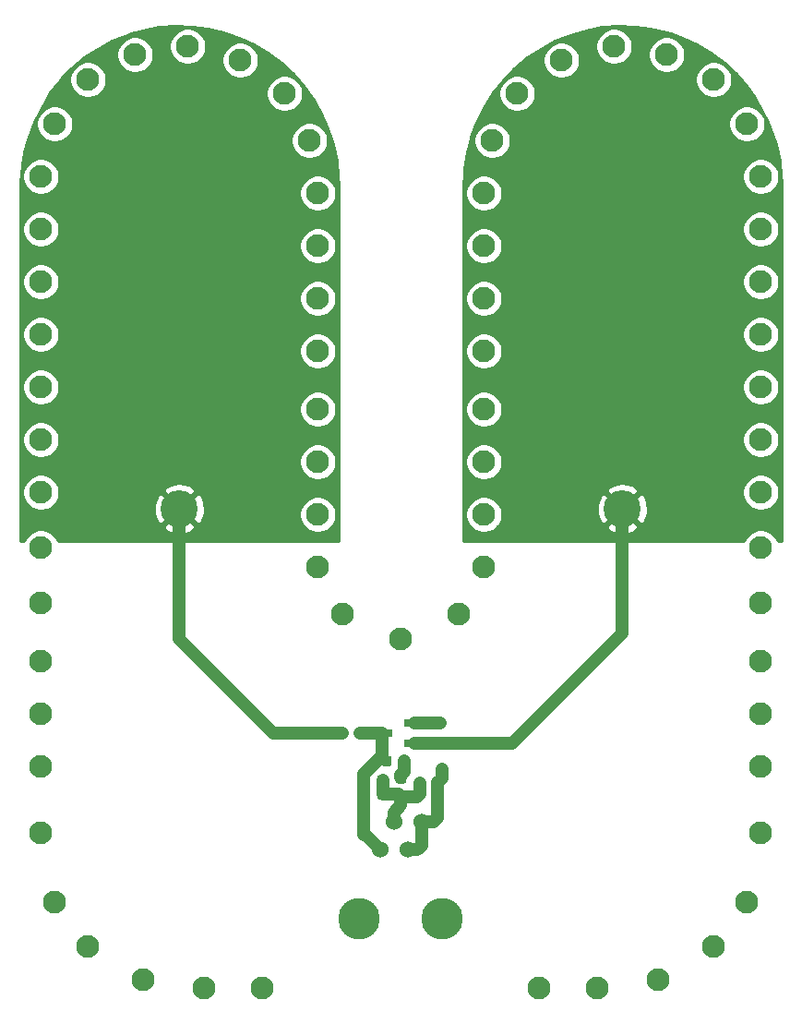
<source format=gbr>
G04 #@! TF.GenerationSoftware,KiCad,Pcbnew,(5.1.4)-1*
G04 #@! TF.CreationDate,2020-03-15T18:13:58-04:00*
G04 #@! TF.ProjectId,MoistureSensor,4d6f6973-7475-4726-9553-656e736f722e,rev?*
G04 #@! TF.SameCoordinates,Original*
G04 #@! TF.FileFunction,Copper,L1,Top*
G04 #@! TF.FilePolarity,Positive*
%FSLAX46Y46*%
G04 Gerber Fmt 4.6, Leading zero omitted, Abs format (unit mm)*
G04 Created by KiCad (PCBNEW (5.1.4)-1) date 2020-03-15 18:13:58*
%MOMM*%
%LPD*%
G04 APERTURE LIST*
%ADD10C,2.100000*%
%ADD11C,0.100000*%
%ADD12C,0.950000*%
%ADD13C,1.524000*%
%ADD14C,3.800000*%
%ADD15R,1.900000X0.800000*%
%ADD16C,0.875000*%
%ADD17C,3.400000*%
%ADD18C,0.800000*%
%ADD19C,1.143000*%
%ADD20C,0.254000*%
G04 APERTURE END LIST*
D10*
X152400000Y-115316000D03*
X128778000Y-146558000D03*
X144780001Y-99060000D03*
X144780001Y-74422000D03*
X147066000Y-113030000D03*
X144780000Y-108712000D03*
X144780001Y-88900000D03*
X144780000Y-84074000D03*
X132841999Y-60960000D03*
X128016000Y-61721999D03*
X120650000Y-68072000D03*
X119380000Y-101854000D03*
X123698000Y-143510000D03*
X139700000Y-147320000D03*
X137668000Y-62230000D03*
X141732000Y-65278000D03*
X144780000Y-79248000D03*
X123698000Y-64008001D03*
X119380000Y-77724000D03*
X144780000Y-103886000D03*
X119379999Y-82550000D03*
X119380000Y-117348000D03*
X119380000Y-72898000D03*
X119380000Y-133096000D03*
X119380000Y-87376000D03*
X119380000Y-112014000D03*
X120650000Y-139445999D03*
X119379999Y-97028000D03*
X119380000Y-106934000D03*
X144780000Y-94234000D03*
X119380000Y-127000000D03*
X144018000Y-69596000D03*
X134366000Y-147320000D03*
X119380000Y-92202000D03*
X119379999Y-122174000D03*
X157734000Y-113030000D03*
X160020000Y-108712000D03*
X160020000Y-99060000D03*
X160020000Y-88900000D03*
X160020000Y-84074000D03*
X160020000Y-74422000D03*
X160782000Y-69596000D03*
X171958000Y-60960000D03*
X176784000Y-61722000D03*
X184150000Y-68072000D03*
X185420000Y-72898000D03*
X185420000Y-87376000D03*
X185420000Y-97028000D03*
X185420000Y-101854000D03*
X185420000Y-112014000D03*
X185420000Y-122174000D03*
X185420000Y-133096000D03*
X181102000Y-143510000D03*
X170434000Y-147320000D03*
X160020000Y-103886000D03*
X160020000Y-94234000D03*
X160020000Y-79248000D03*
X163068000Y-65278000D03*
X167132000Y-62230000D03*
X181102000Y-64008000D03*
X185420000Y-77724000D03*
X185420000Y-82550000D03*
X185420000Y-92202000D03*
X185420000Y-106934000D03*
X185420000Y-117348000D03*
X185420000Y-127000000D03*
X184150000Y-139446000D03*
X165100000Y-147320000D03*
X176022000Y-146558000D03*
D11*
G36*
X149295779Y-129066144D02*
G01*
X149318834Y-129069563D01*
X149341443Y-129075227D01*
X149363387Y-129083079D01*
X149384457Y-129093044D01*
X149404448Y-129105026D01*
X149423168Y-129118910D01*
X149440438Y-129134562D01*
X149456090Y-129151832D01*
X149469974Y-129170552D01*
X149481956Y-129190543D01*
X149491921Y-129211613D01*
X149499773Y-129233557D01*
X149505437Y-129256166D01*
X149508856Y-129279221D01*
X149510000Y-129302500D01*
X149510000Y-129777500D01*
X149508856Y-129800779D01*
X149505437Y-129823834D01*
X149499773Y-129846443D01*
X149491921Y-129868387D01*
X149481956Y-129889457D01*
X149469974Y-129909448D01*
X149456090Y-129928168D01*
X149440438Y-129945438D01*
X149423168Y-129961090D01*
X149404448Y-129974974D01*
X149384457Y-129986956D01*
X149363387Y-129996921D01*
X149341443Y-130004773D01*
X149318834Y-130010437D01*
X149295779Y-130013856D01*
X149272500Y-130015000D01*
X148697500Y-130015000D01*
X148674221Y-130013856D01*
X148651166Y-130010437D01*
X148628557Y-130004773D01*
X148606613Y-129996921D01*
X148585543Y-129986956D01*
X148565552Y-129974974D01*
X148546832Y-129961090D01*
X148529562Y-129945438D01*
X148513910Y-129928168D01*
X148500026Y-129909448D01*
X148488044Y-129889457D01*
X148478079Y-129868387D01*
X148470227Y-129846443D01*
X148464563Y-129823834D01*
X148461144Y-129800779D01*
X148460000Y-129777500D01*
X148460000Y-129302500D01*
X148461144Y-129279221D01*
X148464563Y-129256166D01*
X148470227Y-129233557D01*
X148478079Y-129211613D01*
X148488044Y-129190543D01*
X148500026Y-129170552D01*
X148513910Y-129151832D01*
X148529562Y-129134562D01*
X148546832Y-129118910D01*
X148565552Y-129105026D01*
X148585543Y-129093044D01*
X148606613Y-129083079D01*
X148628557Y-129075227D01*
X148651166Y-129069563D01*
X148674221Y-129066144D01*
X148697500Y-129065000D01*
X149272500Y-129065000D01*
X149295779Y-129066144D01*
X149295779Y-129066144D01*
G37*
D12*
X148985000Y-129540000D03*
D11*
G36*
X151045779Y-129066144D02*
G01*
X151068834Y-129069563D01*
X151091443Y-129075227D01*
X151113387Y-129083079D01*
X151134457Y-129093044D01*
X151154448Y-129105026D01*
X151173168Y-129118910D01*
X151190438Y-129134562D01*
X151206090Y-129151832D01*
X151219974Y-129170552D01*
X151231956Y-129190543D01*
X151241921Y-129211613D01*
X151249773Y-129233557D01*
X151255437Y-129256166D01*
X151258856Y-129279221D01*
X151260000Y-129302500D01*
X151260000Y-129777500D01*
X151258856Y-129800779D01*
X151255437Y-129823834D01*
X151249773Y-129846443D01*
X151241921Y-129868387D01*
X151231956Y-129889457D01*
X151219974Y-129909448D01*
X151206090Y-129928168D01*
X151190438Y-129945438D01*
X151173168Y-129961090D01*
X151154448Y-129974974D01*
X151134457Y-129986956D01*
X151113387Y-129996921D01*
X151091443Y-130004773D01*
X151068834Y-130010437D01*
X151045779Y-130013856D01*
X151022500Y-130015000D01*
X150447500Y-130015000D01*
X150424221Y-130013856D01*
X150401166Y-130010437D01*
X150378557Y-130004773D01*
X150356613Y-129996921D01*
X150335543Y-129986956D01*
X150315552Y-129974974D01*
X150296832Y-129961090D01*
X150279562Y-129945438D01*
X150263910Y-129928168D01*
X150250026Y-129909448D01*
X150238044Y-129889457D01*
X150228079Y-129868387D01*
X150220227Y-129846443D01*
X150214563Y-129823834D01*
X150211144Y-129800779D01*
X150210000Y-129777500D01*
X150210000Y-129302500D01*
X150211144Y-129279221D01*
X150214563Y-129256166D01*
X150220227Y-129233557D01*
X150228079Y-129211613D01*
X150238044Y-129190543D01*
X150250026Y-129170552D01*
X150263910Y-129151832D01*
X150279562Y-129134562D01*
X150296832Y-129118910D01*
X150315552Y-129105026D01*
X150335543Y-129093044D01*
X150356613Y-129083079D01*
X150378557Y-129075227D01*
X150401166Y-129069563D01*
X150424221Y-129066144D01*
X150447500Y-129065000D01*
X151022500Y-129065000D01*
X151045779Y-129066144D01*
X151045779Y-129066144D01*
G37*
D12*
X150735000Y-129540000D03*
D11*
G36*
X151045779Y-127796144D02*
G01*
X151068834Y-127799563D01*
X151091443Y-127805227D01*
X151113387Y-127813079D01*
X151134457Y-127823044D01*
X151154448Y-127835026D01*
X151173168Y-127848910D01*
X151190438Y-127864562D01*
X151206090Y-127881832D01*
X151219974Y-127900552D01*
X151231956Y-127920543D01*
X151241921Y-127941613D01*
X151249773Y-127963557D01*
X151255437Y-127986166D01*
X151258856Y-128009221D01*
X151260000Y-128032500D01*
X151260000Y-128507500D01*
X151258856Y-128530779D01*
X151255437Y-128553834D01*
X151249773Y-128576443D01*
X151241921Y-128598387D01*
X151231956Y-128619457D01*
X151219974Y-128639448D01*
X151206090Y-128658168D01*
X151190438Y-128675438D01*
X151173168Y-128691090D01*
X151154448Y-128704974D01*
X151134457Y-128716956D01*
X151113387Y-128726921D01*
X151091443Y-128734773D01*
X151068834Y-128740437D01*
X151045779Y-128743856D01*
X151022500Y-128745000D01*
X150447500Y-128745000D01*
X150424221Y-128743856D01*
X150401166Y-128740437D01*
X150378557Y-128734773D01*
X150356613Y-128726921D01*
X150335543Y-128716956D01*
X150315552Y-128704974D01*
X150296832Y-128691090D01*
X150279562Y-128675438D01*
X150263910Y-128658168D01*
X150250026Y-128639448D01*
X150238044Y-128619457D01*
X150228079Y-128598387D01*
X150220227Y-128576443D01*
X150214563Y-128553834D01*
X150211144Y-128530779D01*
X150210000Y-128507500D01*
X150210000Y-128032500D01*
X150211144Y-128009221D01*
X150214563Y-127986166D01*
X150220227Y-127963557D01*
X150228079Y-127941613D01*
X150238044Y-127920543D01*
X150250026Y-127900552D01*
X150263910Y-127881832D01*
X150279562Y-127864562D01*
X150296832Y-127848910D01*
X150315552Y-127835026D01*
X150335543Y-127823044D01*
X150356613Y-127813079D01*
X150378557Y-127805227D01*
X150401166Y-127799563D01*
X150424221Y-127796144D01*
X150447500Y-127795000D01*
X151022500Y-127795000D01*
X151045779Y-127796144D01*
X151045779Y-127796144D01*
G37*
D12*
X150735000Y-128270000D03*
D11*
G36*
X149295779Y-127796144D02*
G01*
X149318834Y-127799563D01*
X149341443Y-127805227D01*
X149363387Y-127813079D01*
X149384457Y-127823044D01*
X149404448Y-127835026D01*
X149423168Y-127848910D01*
X149440438Y-127864562D01*
X149456090Y-127881832D01*
X149469974Y-127900552D01*
X149481956Y-127920543D01*
X149491921Y-127941613D01*
X149499773Y-127963557D01*
X149505437Y-127986166D01*
X149508856Y-128009221D01*
X149510000Y-128032500D01*
X149510000Y-128507500D01*
X149508856Y-128530779D01*
X149505437Y-128553834D01*
X149499773Y-128576443D01*
X149491921Y-128598387D01*
X149481956Y-128619457D01*
X149469974Y-128639448D01*
X149456090Y-128658168D01*
X149440438Y-128675438D01*
X149423168Y-128691090D01*
X149404448Y-128704974D01*
X149384457Y-128716956D01*
X149363387Y-128726921D01*
X149341443Y-128734773D01*
X149318834Y-128740437D01*
X149295779Y-128743856D01*
X149272500Y-128745000D01*
X148697500Y-128745000D01*
X148674221Y-128743856D01*
X148651166Y-128740437D01*
X148628557Y-128734773D01*
X148606613Y-128726921D01*
X148585543Y-128716956D01*
X148565552Y-128704974D01*
X148546832Y-128691090D01*
X148529562Y-128675438D01*
X148513910Y-128658168D01*
X148500026Y-128639448D01*
X148488044Y-128619457D01*
X148478079Y-128598387D01*
X148470227Y-128576443D01*
X148464563Y-128553834D01*
X148461144Y-128530779D01*
X148460000Y-128507500D01*
X148460000Y-128032500D01*
X148461144Y-128009221D01*
X148464563Y-127986166D01*
X148470227Y-127963557D01*
X148478079Y-127941613D01*
X148488044Y-127920543D01*
X148500026Y-127900552D01*
X148513910Y-127881832D01*
X148529562Y-127864562D01*
X148546832Y-127848910D01*
X148565552Y-127835026D01*
X148585543Y-127823044D01*
X148606613Y-127813079D01*
X148628557Y-127805227D01*
X148651166Y-127799563D01*
X148674221Y-127796144D01*
X148697500Y-127795000D01*
X149272500Y-127795000D01*
X149295779Y-127796144D01*
X149295779Y-127796144D01*
G37*
D12*
X148985000Y-128270000D03*
D11*
G36*
X152660779Y-129256144D02*
G01*
X152683834Y-129259563D01*
X152706443Y-129265227D01*
X152728387Y-129273079D01*
X152749457Y-129283044D01*
X152769448Y-129295026D01*
X152788168Y-129308910D01*
X152805438Y-129324562D01*
X152821090Y-129341832D01*
X152834974Y-129360552D01*
X152846956Y-129380543D01*
X152856921Y-129401613D01*
X152864773Y-129423557D01*
X152870437Y-129446166D01*
X152873856Y-129469221D01*
X152875000Y-129492500D01*
X152875000Y-130067500D01*
X152873856Y-130090779D01*
X152870437Y-130113834D01*
X152864773Y-130136443D01*
X152856921Y-130158387D01*
X152846956Y-130179457D01*
X152834974Y-130199448D01*
X152821090Y-130218168D01*
X152805438Y-130235438D01*
X152788168Y-130251090D01*
X152769448Y-130264974D01*
X152749457Y-130276956D01*
X152728387Y-130286921D01*
X152706443Y-130294773D01*
X152683834Y-130300437D01*
X152660779Y-130303856D01*
X152637500Y-130305000D01*
X152162500Y-130305000D01*
X152139221Y-130303856D01*
X152116166Y-130300437D01*
X152093557Y-130294773D01*
X152071613Y-130286921D01*
X152050543Y-130276956D01*
X152030552Y-130264974D01*
X152011832Y-130251090D01*
X151994562Y-130235438D01*
X151978910Y-130218168D01*
X151965026Y-130199448D01*
X151953044Y-130179457D01*
X151943079Y-130158387D01*
X151935227Y-130136443D01*
X151929563Y-130113834D01*
X151926144Y-130090779D01*
X151925000Y-130067500D01*
X151925000Y-129492500D01*
X151926144Y-129469221D01*
X151929563Y-129446166D01*
X151935227Y-129423557D01*
X151943079Y-129401613D01*
X151953044Y-129380543D01*
X151965026Y-129360552D01*
X151978910Y-129341832D01*
X151994562Y-129324562D01*
X152011832Y-129308910D01*
X152030552Y-129295026D01*
X152050543Y-129283044D01*
X152071613Y-129273079D01*
X152093557Y-129265227D01*
X152116166Y-129259563D01*
X152139221Y-129256144D01*
X152162500Y-129255000D01*
X152637500Y-129255000D01*
X152660779Y-129256144D01*
X152660779Y-129256144D01*
G37*
D12*
X152400000Y-129780000D03*
D11*
G36*
X152660779Y-127506144D02*
G01*
X152683834Y-127509563D01*
X152706443Y-127515227D01*
X152728387Y-127523079D01*
X152749457Y-127533044D01*
X152769448Y-127545026D01*
X152788168Y-127558910D01*
X152805438Y-127574562D01*
X152821090Y-127591832D01*
X152834974Y-127610552D01*
X152846956Y-127630543D01*
X152856921Y-127651613D01*
X152864773Y-127673557D01*
X152870437Y-127696166D01*
X152873856Y-127719221D01*
X152875000Y-127742500D01*
X152875000Y-128317500D01*
X152873856Y-128340779D01*
X152870437Y-128363834D01*
X152864773Y-128386443D01*
X152856921Y-128408387D01*
X152846956Y-128429457D01*
X152834974Y-128449448D01*
X152821090Y-128468168D01*
X152805438Y-128485438D01*
X152788168Y-128501090D01*
X152769448Y-128514974D01*
X152749457Y-128526956D01*
X152728387Y-128536921D01*
X152706443Y-128544773D01*
X152683834Y-128550437D01*
X152660779Y-128553856D01*
X152637500Y-128555000D01*
X152162500Y-128555000D01*
X152139221Y-128553856D01*
X152116166Y-128550437D01*
X152093557Y-128544773D01*
X152071613Y-128536921D01*
X152050543Y-128526956D01*
X152030552Y-128514974D01*
X152011832Y-128501090D01*
X151994562Y-128485438D01*
X151978910Y-128468168D01*
X151965026Y-128449448D01*
X151953044Y-128429457D01*
X151943079Y-128408387D01*
X151935227Y-128386443D01*
X151929563Y-128363834D01*
X151926144Y-128340779D01*
X151925000Y-128317500D01*
X151925000Y-127742500D01*
X151926144Y-127719221D01*
X151929563Y-127696166D01*
X151935227Y-127673557D01*
X151943079Y-127651613D01*
X151953044Y-127630543D01*
X151965026Y-127610552D01*
X151978910Y-127591832D01*
X151994562Y-127574562D01*
X152011832Y-127558910D01*
X152030552Y-127545026D01*
X152050543Y-127533044D01*
X152071613Y-127523079D01*
X152093557Y-127515227D01*
X152116166Y-127509563D01*
X152139221Y-127506144D01*
X152162500Y-127505000D01*
X152637500Y-127505000D01*
X152660779Y-127506144D01*
X152660779Y-127506144D01*
G37*
D12*
X152400000Y-128030000D03*
D13*
X150495000Y-134620000D03*
X151765000Y-132080000D03*
X154305000Y-132080000D03*
X153035000Y-134620000D03*
D14*
X156210000Y-140970000D03*
X148590000Y-140970000D03*
D15*
X153646000Y-124902000D03*
X153646000Y-123002000D03*
X150646000Y-123952000D03*
D11*
G36*
X155967691Y-128050053D02*
G01*
X155988926Y-128053203D01*
X156009750Y-128058419D01*
X156029962Y-128065651D01*
X156049368Y-128074830D01*
X156067781Y-128085866D01*
X156085024Y-128098654D01*
X156100930Y-128113070D01*
X156115346Y-128128976D01*
X156128134Y-128146219D01*
X156139170Y-128164632D01*
X156148349Y-128184038D01*
X156155581Y-128204250D01*
X156160797Y-128225074D01*
X156163947Y-128246309D01*
X156165000Y-128267750D01*
X156165000Y-128780250D01*
X156163947Y-128801691D01*
X156160797Y-128822926D01*
X156155581Y-128843750D01*
X156148349Y-128863962D01*
X156139170Y-128883368D01*
X156128134Y-128901781D01*
X156115346Y-128919024D01*
X156100930Y-128934930D01*
X156085024Y-128949346D01*
X156067781Y-128962134D01*
X156049368Y-128973170D01*
X156029962Y-128982349D01*
X156009750Y-128989581D01*
X155988926Y-128994797D01*
X155967691Y-128997947D01*
X155946250Y-128999000D01*
X155508750Y-128999000D01*
X155487309Y-128997947D01*
X155466074Y-128994797D01*
X155445250Y-128989581D01*
X155425038Y-128982349D01*
X155405632Y-128973170D01*
X155387219Y-128962134D01*
X155369976Y-128949346D01*
X155354070Y-128934930D01*
X155339654Y-128919024D01*
X155326866Y-128901781D01*
X155315830Y-128883368D01*
X155306651Y-128863962D01*
X155299419Y-128843750D01*
X155294203Y-128822926D01*
X155291053Y-128801691D01*
X155290000Y-128780250D01*
X155290000Y-128267750D01*
X155291053Y-128246309D01*
X155294203Y-128225074D01*
X155299419Y-128204250D01*
X155306651Y-128184038D01*
X155315830Y-128164632D01*
X155326866Y-128146219D01*
X155339654Y-128128976D01*
X155354070Y-128113070D01*
X155369976Y-128098654D01*
X155387219Y-128085866D01*
X155405632Y-128074830D01*
X155425038Y-128065651D01*
X155445250Y-128058419D01*
X155466074Y-128053203D01*
X155487309Y-128050053D01*
X155508750Y-128049000D01*
X155946250Y-128049000D01*
X155967691Y-128050053D01*
X155967691Y-128050053D01*
G37*
D16*
X155727500Y-128524000D03*
D11*
G36*
X154392691Y-128050053D02*
G01*
X154413926Y-128053203D01*
X154434750Y-128058419D01*
X154454962Y-128065651D01*
X154474368Y-128074830D01*
X154492781Y-128085866D01*
X154510024Y-128098654D01*
X154525930Y-128113070D01*
X154540346Y-128128976D01*
X154553134Y-128146219D01*
X154564170Y-128164632D01*
X154573349Y-128184038D01*
X154580581Y-128204250D01*
X154585797Y-128225074D01*
X154588947Y-128246309D01*
X154590000Y-128267750D01*
X154590000Y-128780250D01*
X154588947Y-128801691D01*
X154585797Y-128822926D01*
X154580581Y-128843750D01*
X154573349Y-128863962D01*
X154564170Y-128883368D01*
X154553134Y-128901781D01*
X154540346Y-128919024D01*
X154525930Y-128934930D01*
X154510024Y-128949346D01*
X154492781Y-128962134D01*
X154474368Y-128973170D01*
X154454962Y-128982349D01*
X154434750Y-128989581D01*
X154413926Y-128994797D01*
X154392691Y-128997947D01*
X154371250Y-128999000D01*
X153933750Y-128999000D01*
X153912309Y-128997947D01*
X153891074Y-128994797D01*
X153870250Y-128989581D01*
X153850038Y-128982349D01*
X153830632Y-128973170D01*
X153812219Y-128962134D01*
X153794976Y-128949346D01*
X153779070Y-128934930D01*
X153764654Y-128919024D01*
X153751866Y-128901781D01*
X153740830Y-128883368D01*
X153731651Y-128863962D01*
X153724419Y-128843750D01*
X153719203Y-128822926D01*
X153716053Y-128801691D01*
X153715000Y-128780250D01*
X153715000Y-128267750D01*
X153716053Y-128246309D01*
X153719203Y-128225074D01*
X153724419Y-128204250D01*
X153731651Y-128184038D01*
X153740830Y-128164632D01*
X153751866Y-128146219D01*
X153764654Y-128128976D01*
X153779070Y-128113070D01*
X153794976Y-128098654D01*
X153812219Y-128085866D01*
X153830632Y-128074830D01*
X153850038Y-128065651D01*
X153870250Y-128058419D01*
X153891074Y-128053203D01*
X153912309Y-128050053D01*
X153933750Y-128049000D01*
X154371250Y-128049000D01*
X154392691Y-128050053D01*
X154392691Y-128050053D01*
G37*
D16*
X154152500Y-128524000D03*
D11*
G36*
X152919691Y-126018053D02*
G01*
X152940926Y-126021203D01*
X152961750Y-126026419D01*
X152981962Y-126033651D01*
X153001368Y-126042830D01*
X153019781Y-126053866D01*
X153037024Y-126066654D01*
X153052930Y-126081070D01*
X153067346Y-126096976D01*
X153080134Y-126114219D01*
X153091170Y-126132632D01*
X153100349Y-126152038D01*
X153107581Y-126172250D01*
X153112797Y-126193074D01*
X153115947Y-126214309D01*
X153117000Y-126235750D01*
X153117000Y-126748250D01*
X153115947Y-126769691D01*
X153112797Y-126790926D01*
X153107581Y-126811750D01*
X153100349Y-126831962D01*
X153091170Y-126851368D01*
X153080134Y-126869781D01*
X153067346Y-126887024D01*
X153052930Y-126902930D01*
X153037024Y-126917346D01*
X153019781Y-126930134D01*
X153001368Y-126941170D01*
X152981962Y-126950349D01*
X152961750Y-126957581D01*
X152940926Y-126962797D01*
X152919691Y-126965947D01*
X152898250Y-126967000D01*
X152460750Y-126967000D01*
X152439309Y-126965947D01*
X152418074Y-126962797D01*
X152397250Y-126957581D01*
X152377038Y-126950349D01*
X152357632Y-126941170D01*
X152339219Y-126930134D01*
X152321976Y-126917346D01*
X152306070Y-126902930D01*
X152291654Y-126887024D01*
X152278866Y-126869781D01*
X152267830Y-126851368D01*
X152258651Y-126831962D01*
X152251419Y-126811750D01*
X152246203Y-126790926D01*
X152243053Y-126769691D01*
X152242000Y-126748250D01*
X152242000Y-126235750D01*
X152243053Y-126214309D01*
X152246203Y-126193074D01*
X152251419Y-126172250D01*
X152258651Y-126152038D01*
X152267830Y-126132632D01*
X152278866Y-126114219D01*
X152291654Y-126096976D01*
X152306070Y-126081070D01*
X152321976Y-126066654D01*
X152339219Y-126053866D01*
X152357632Y-126042830D01*
X152377038Y-126033651D01*
X152397250Y-126026419D01*
X152418074Y-126021203D01*
X152439309Y-126018053D01*
X152460750Y-126017000D01*
X152898250Y-126017000D01*
X152919691Y-126018053D01*
X152919691Y-126018053D01*
G37*
D16*
X152679500Y-126492000D03*
D11*
G36*
X151344691Y-126018053D02*
G01*
X151365926Y-126021203D01*
X151386750Y-126026419D01*
X151406962Y-126033651D01*
X151426368Y-126042830D01*
X151444781Y-126053866D01*
X151462024Y-126066654D01*
X151477930Y-126081070D01*
X151492346Y-126096976D01*
X151505134Y-126114219D01*
X151516170Y-126132632D01*
X151525349Y-126152038D01*
X151532581Y-126172250D01*
X151537797Y-126193074D01*
X151540947Y-126214309D01*
X151542000Y-126235750D01*
X151542000Y-126748250D01*
X151540947Y-126769691D01*
X151537797Y-126790926D01*
X151532581Y-126811750D01*
X151525349Y-126831962D01*
X151516170Y-126851368D01*
X151505134Y-126869781D01*
X151492346Y-126887024D01*
X151477930Y-126902930D01*
X151462024Y-126917346D01*
X151444781Y-126930134D01*
X151426368Y-126941170D01*
X151406962Y-126950349D01*
X151386750Y-126957581D01*
X151365926Y-126962797D01*
X151344691Y-126965947D01*
X151323250Y-126967000D01*
X150885750Y-126967000D01*
X150864309Y-126965947D01*
X150843074Y-126962797D01*
X150822250Y-126957581D01*
X150802038Y-126950349D01*
X150782632Y-126941170D01*
X150764219Y-126930134D01*
X150746976Y-126917346D01*
X150731070Y-126902930D01*
X150716654Y-126887024D01*
X150703866Y-126869781D01*
X150692830Y-126851368D01*
X150683651Y-126831962D01*
X150676419Y-126811750D01*
X150671203Y-126790926D01*
X150668053Y-126769691D01*
X150667000Y-126748250D01*
X150667000Y-126235750D01*
X150668053Y-126214309D01*
X150671203Y-126193074D01*
X150676419Y-126172250D01*
X150683651Y-126152038D01*
X150692830Y-126132632D01*
X150703866Y-126114219D01*
X150716654Y-126096976D01*
X150731070Y-126081070D01*
X150746976Y-126066654D01*
X150764219Y-126053866D01*
X150782632Y-126042830D01*
X150802038Y-126033651D01*
X150822250Y-126026419D01*
X150843074Y-126021203D01*
X150864309Y-126018053D01*
X150885750Y-126017000D01*
X151323250Y-126017000D01*
X151344691Y-126018053D01*
X151344691Y-126018053D01*
G37*
D16*
X151104500Y-126492000D03*
D11*
G36*
X147280691Y-123478053D02*
G01*
X147301926Y-123481203D01*
X147322750Y-123486419D01*
X147342962Y-123493651D01*
X147362368Y-123502830D01*
X147380781Y-123513866D01*
X147398024Y-123526654D01*
X147413930Y-123541070D01*
X147428346Y-123556976D01*
X147441134Y-123574219D01*
X147452170Y-123592632D01*
X147461349Y-123612038D01*
X147468581Y-123632250D01*
X147473797Y-123653074D01*
X147476947Y-123674309D01*
X147478000Y-123695750D01*
X147478000Y-124208250D01*
X147476947Y-124229691D01*
X147473797Y-124250926D01*
X147468581Y-124271750D01*
X147461349Y-124291962D01*
X147452170Y-124311368D01*
X147441134Y-124329781D01*
X147428346Y-124347024D01*
X147413930Y-124362930D01*
X147398024Y-124377346D01*
X147380781Y-124390134D01*
X147362368Y-124401170D01*
X147342962Y-124410349D01*
X147322750Y-124417581D01*
X147301926Y-124422797D01*
X147280691Y-124425947D01*
X147259250Y-124427000D01*
X146821750Y-124427000D01*
X146800309Y-124425947D01*
X146779074Y-124422797D01*
X146758250Y-124417581D01*
X146738038Y-124410349D01*
X146718632Y-124401170D01*
X146700219Y-124390134D01*
X146682976Y-124377346D01*
X146667070Y-124362930D01*
X146652654Y-124347024D01*
X146639866Y-124329781D01*
X146628830Y-124311368D01*
X146619651Y-124291962D01*
X146612419Y-124271750D01*
X146607203Y-124250926D01*
X146604053Y-124229691D01*
X146603000Y-124208250D01*
X146603000Y-123695750D01*
X146604053Y-123674309D01*
X146607203Y-123653074D01*
X146612419Y-123632250D01*
X146619651Y-123612038D01*
X146628830Y-123592632D01*
X146639866Y-123574219D01*
X146652654Y-123556976D01*
X146667070Y-123541070D01*
X146682976Y-123526654D01*
X146700219Y-123513866D01*
X146718632Y-123502830D01*
X146738038Y-123493651D01*
X146758250Y-123486419D01*
X146779074Y-123481203D01*
X146800309Y-123478053D01*
X146821750Y-123477000D01*
X147259250Y-123477000D01*
X147280691Y-123478053D01*
X147280691Y-123478053D01*
G37*
D16*
X147040500Y-123952000D03*
D11*
G36*
X148855691Y-123478053D02*
G01*
X148876926Y-123481203D01*
X148897750Y-123486419D01*
X148917962Y-123493651D01*
X148937368Y-123502830D01*
X148955781Y-123513866D01*
X148973024Y-123526654D01*
X148988930Y-123541070D01*
X149003346Y-123556976D01*
X149016134Y-123574219D01*
X149027170Y-123592632D01*
X149036349Y-123612038D01*
X149043581Y-123632250D01*
X149048797Y-123653074D01*
X149051947Y-123674309D01*
X149053000Y-123695750D01*
X149053000Y-124208250D01*
X149051947Y-124229691D01*
X149048797Y-124250926D01*
X149043581Y-124271750D01*
X149036349Y-124291962D01*
X149027170Y-124311368D01*
X149016134Y-124329781D01*
X149003346Y-124347024D01*
X148988930Y-124362930D01*
X148973024Y-124377346D01*
X148955781Y-124390134D01*
X148937368Y-124401170D01*
X148917962Y-124410349D01*
X148897750Y-124417581D01*
X148876926Y-124422797D01*
X148855691Y-124425947D01*
X148834250Y-124427000D01*
X148396750Y-124427000D01*
X148375309Y-124425947D01*
X148354074Y-124422797D01*
X148333250Y-124417581D01*
X148313038Y-124410349D01*
X148293632Y-124401170D01*
X148275219Y-124390134D01*
X148257976Y-124377346D01*
X148242070Y-124362930D01*
X148227654Y-124347024D01*
X148214866Y-124329781D01*
X148203830Y-124311368D01*
X148194651Y-124291962D01*
X148187419Y-124271750D01*
X148182203Y-124250926D01*
X148179053Y-124229691D01*
X148178000Y-124208250D01*
X148178000Y-123695750D01*
X148179053Y-123674309D01*
X148182203Y-123653074D01*
X148187419Y-123632250D01*
X148194651Y-123612038D01*
X148203830Y-123592632D01*
X148214866Y-123574219D01*
X148227654Y-123556976D01*
X148242070Y-123541070D01*
X148257976Y-123526654D01*
X148275219Y-123513866D01*
X148293632Y-123502830D01*
X148313038Y-123493651D01*
X148333250Y-123486419D01*
X148354074Y-123481203D01*
X148375309Y-123478053D01*
X148396750Y-123477000D01*
X148834250Y-123477000D01*
X148855691Y-123478053D01*
X148855691Y-123478053D01*
G37*
D16*
X148615500Y-123952000D03*
D17*
X172720000Y-103378000D03*
X132080000Y-103378000D03*
D18*
X156022000Y-123002000D03*
X156189112Y-127233112D03*
X172720000Y-97028000D03*
X172720000Y-90678000D03*
X172720000Y-84328000D03*
X172720000Y-77978000D03*
X172720000Y-71628000D03*
X172720000Y-65278000D03*
X132080000Y-97028000D03*
X132080000Y-90678000D03*
X132080000Y-84328000D03*
X132080000Y-77978000D03*
X132080000Y-71628000D03*
X132080000Y-65278000D03*
D19*
X148985000Y-128270000D02*
X148985000Y-129540000D01*
X148985000Y-129540000D02*
X148985000Y-133237000D01*
X149112000Y-133237000D02*
X150495000Y-134620000D01*
X148985000Y-133237000D02*
X149112000Y-133237000D01*
X150646000Y-126034000D02*
X150646000Y-123952000D01*
X148985000Y-128270000D02*
X148985000Y-127695000D01*
X148985000Y-127695000D02*
X150646000Y-126034000D01*
X148615500Y-123952000D02*
X150646000Y-123952000D01*
X150735000Y-128270000D02*
X150735000Y-129540000D01*
X152160000Y-129540000D02*
X152400000Y-129780000D01*
X150735000Y-129540000D02*
X152160000Y-129540000D01*
X151765000Y-132080000D02*
X151765000Y-131191000D01*
X152400000Y-130556000D02*
X152400000Y-129780000D01*
X151765000Y-131191000D02*
X152400000Y-130556000D01*
X154152500Y-128524000D02*
X154152500Y-129514500D01*
X153887000Y-129780000D02*
X152400000Y-129780000D01*
X154152500Y-129514500D02*
X153887000Y-129780000D01*
X152400000Y-128030000D02*
X152400000Y-127762000D01*
X152679500Y-127482500D02*
X152679500Y-126492000D01*
X152400000Y-127762000D02*
X152679500Y-127482500D01*
X153035000Y-134620000D02*
X153924000Y-134620000D01*
X154305000Y-134239000D02*
X154305000Y-132080000D01*
X153924000Y-134620000D02*
X154305000Y-134239000D01*
X155727500Y-131735130D02*
X155727500Y-128524000D01*
X154305000Y-132080000D02*
X155382630Y-132080000D01*
X155382630Y-132080000D02*
X155727500Y-131735130D01*
X155727500Y-128524000D02*
X155727500Y-128425501D01*
X153646000Y-123002000D02*
X156022000Y-123002000D01*
X156189112Y-128062388D02*
X156189112Y-127233112D01*
X155727500Y-128524000D02*
X156189112Y-128062388D01*
X156022000Y-123002000D02*
X156022000Y-123002000D01*
X156189112Y-127233112D02*
X156189112Y-127233112D01*
X162626000Y-124902000D02*
X153646000Y-124902000D01*
X172720000Y-103378000D02*
X172720000Y-114808000D01*
X172720000Y-114808000D02*
X162626000Y-124902000D01*
X147040500Y-123952000D02*
X140716000Y-123952000D01*
X140716000Y-123952000D02*
X132080000Y-115316000D01*
X132080000Y-115316000D02*
X132080000Y-103378000D01*
D20*
G36*
X173838498Y-59123844D02*
G01*
X175212855Y-59301122D01*
X177147412Y-59784761D01*
X178205020Y-60152025D01*
X179564481Y-60787396D01*
X180851438Y-61559151D01*
X182052235Y-62459095D01*
X183154170Y-63477714D01*
X184145564Y-64604209D01*
X184809026Y-65536067D01*
X186065802Y-67870081D01*
X186804084Y-69900356D01*
X186815439Y-69935829D01*
X187123590Y-71404458D01*
X187154106Y-71697257D01*
X187297032Y-73555289D01*
X187300001Y-73668684D01*
X187300000Y-106299000D01*
X186980805Y-106299000D01*
X186913228Y-106135853D01*
X186728825Y-105859875D01*
X186494125Y-105625175D01*
X186218147Y-105440772D01*
X185911496Y-105313754D01*
X185585958Y-105249000D01*
X185254042Y-105249000D01*
X184928504Y-105313754D01*
X184621853Y-105440772D01*
X184345875Y-105625175D01*
X184111175Y-105859875D01*
X183926772Y-106135853D01*
X183859195Y-106299000D01*
X158140000Y-106299000D01*
X158140000Y-103720042D01*
X158335000Y-103720042D01*
X158335000Y-104051958D01*
X158399754Y-104377496D01*
X158526772Y-104684147D01*
X158711175Y-104960125D01*
X158945875Y-105194825D01*
X159221853Y-105379228D01*
X159528504Y-105506246D01*
X159854042Y-105571000D01*
X160185958Y-105571000D01*
X160511496Y-105506246D01*
X160818147Y-105379228D01*
X161094125Y-105194825D01*
X161276927Y-105012023D01*
X171265582Y-105012023D01*
X171445648Y-105348060D01*
X171854474Y-105558820D01*
X172296562Y-105685772D01*
X172754922Y-105724037D01*
X173211940Y-105672146D01*
X173650053Y-105532092D01*
X173994352Y-105348060D01*
X174174418Y-105012023D01*
X172720000Y-103557605D01*
X171265582Y-105012023D01*
X161276927Y-105012023D01*
X161328825Y-104960125D01*
X161513228Y-104684147D01*
X161640246Y-104377496D01*
X161705000Y-104051958D01*
X161705000Y-103720042D01*
X161643910Y-103412922D01*
X170373963Y-103412922D01*
X170425854Y-103869940D01*
X170565908Y-104308053D01*
X170749940Y-104652352D01*
X171085977Y-104832418D01*
X172540395Y-103378000D01*
X172899605Y-103378000D01*
X174354023Y-104832418D01*
X174690060Y-104652352D01*
X174900820Y-104243526D01*
X175027772Y-103801438D01*
X175066037Y-103343078D01*
X175014146Y-102886060D01*
X174874092Y-102447947D01*
X174690060Y-102103648D01*
X174354023Y-101923582D01*
X172899605Y-103378000D01*
X172540395Y-103378000D01*
X171085977Y-101923582D01*
X170749940Y-102103648D01*
X170539180Y-102512474D01*
X170412228Y-102954562D01*
X170373963Y-103412922D01*
X161643910Y-103412922D01*
X161640246Y-103394504D01*
X161513228Y-103087853D01*
X161328825Y-102811875D01*
X161094125Y-102577175D01*
X160818147Y-102392772D01*
X160511496Y-102265754D01*
X160185958Y-102201000D01*
X159854042Y-102201000D01*
X159528504Y-102265754D01*
X159221853Y-102392772D01*
X158945875Y-102577175D01*
X158711175Y-102811875D01*
X158526772Y-103087853D01*
X158399754Y-103394504D01*
X158335000Y-103720042D01*
X158140000Y-103720042D01*
X158140000Y-101743977D01*
X171265582Y-101743977D01*
X172720000Y-103198395D01*
X174174418Y-101743977D01*
X174144446Y-101688042D01*
X183735000Y-101688042D01*
X183735000Y-102019958D01*
X183799754Y-102345496D01*
X183926772Y-102652147D01*
X184111175Y-102928125D01*
X184345875Y-103162825D01*
X184621853Y-103347228D01*
X184928504Y-103474246D01*
X185254042Y-103539000D01*
X185585958Y-103539000D01*
X185911496Y-103474246D01*
X186218147Y-103347228D01*
X186494125Y-103162825D01*
X186728825Y-102928125D01*
X186913228Y-102652147D01*
X187040246Y-102345496D01*
X187105000Y-102019958D01*
X187105000Y-101688042D01*
X187040246Y-101362504D01*
X186913228Y-101055853D01*
X186728825Y-100779875D01*
X186494125Y-100545175D01*
X186218147Y-100360772D01*
X185911496Y-100233754D01*
X185585958Y-100169000D01*
X185254042Y-100169000D01*
X184928504Y-100233754D01*
X184621853Y-100360772D01*
X184345875Y-100545175D01*
X184111175Y-100779875D01*
X183926772Y-101055853D01*
X183799754Y-101362504D01*
X183735000Y-101688042D01*
X174144446Y-101688042D01*
X173994352Y-101407940D01*
X173585526Y-101197180D01*
X173143438Y-101070228D01*
X172685078Y-101031963D01*
X172228060Y-101083854D01*
X171789947Y-101223908D01*
X171445648Y-101407940D01*
X171265582Y-101743977D01*
X158140000Y-101743977D01*
X158140000Y-98894042D01*
X158335000Y-98894042D01*
X158335000Y-99225958D01*
X158399754Y-99551496D01*
X158526772Y-99858147D01*
X158711175Y-100134125D01*
X158945875Y-100368825D01*
X159221853Y-100553228D01*
X159528504Y-100680246D01*
X159854042Y-100745000D01*
X160185958Y-100745000D01*
X160511496Y-100680246D01*
X160818147Y-100553228D01*
X161094125Y-100368825D01*
X161328825Y-100134125D01*
X161513228Y-99858147D01*
X161640246Y-99551496D01*
X161705000Y-99225958D01*
X161705000Y-98894042D01*
X161640246Y-98568504D01*
X161513228Y-98261853D01*
X161328825Y-97985875D01*
X161094125Y-97751175D01*
X160818147Y-97566772D01*
X160511496Y-97439754D01*
X160185958Y-97375000D01*
X159854042Y-97375000D01*
X159528504Y-97439754D01*
X159221853Y-97566772D01*
X158945875Y-97751175D01*
X158711175Y-97985875D01*
X158526772Y-98261853D01*
X158399754Y-98568504D01*
X158335000Y-98894042D01*
X158140000Y-98894042D01*
X158140000Y-96862042D01*
X183735000Y-96862042D01*
X183735000Y-97193958D01*
X183799754Y-97519496D01*
X183926772Y-97826147D01*
X184111175Y-98102125D01*
X184345875Y-98336825D01*
X184621853Y-98521228D01*
X184928504Y-98648246D01*
X185254042Y-98713000D01*
X185585958Y-98713000D01*
X185911496Y-98648246D01*
X186218147Y-98521228D01*
X186494125Y-98336825D01*
X186728825Y-98102125D01*
X186913228Y-97826147D01*
X187040246Y-97519496D01*
X187105000Y-97193958D01*
X187105000Y-96862042D01*
X187040246Y-96536504D01*
X186913228Y-96229853D01*
X186728825Y-95953875D01*
X186494125Y-95719175D01*
X186218147Y-95534772D01*
X185911496Y-95407754D01*
X185585958Y-95343000D01*
X185254042Y-95343000D01*
X184928504Y-95407754D01*
X184621853Y-95534772D01*
X184345875Y-95719175D01*
X184111175Y-95953875D01*
X183926772Y-96229853D01*
X183799754Y-96536504D01*
X183735000Y-96862042D01*
X158140000Y-96862042D01*
X158140000Y-94068042D01*
X158335000Y-94068042D01*
X158335000Y-94399958D01*
X158399754Y-94725496D01*
X158526772Y-95032147D01*
X158711175Y-95308125D01*
X158945875Y-95542825D01*
X159221853Y-95727228D01*
X159528504Y-95854246D01*
X159854042Y-95919000D01*
X160185958Y-95919000D01*
X160511496Y-95854246D01*
X160818147Y-95727228D01*
X161094125Y-95542825D01*
X161328825Y-95308125D01*
X161513228Y-95032147D01*
X161640246Y-94725496D01*
X161705000Y-94399958D01*
X161705000Y-94068042D01*
X161640246Y-93742504D01*
X161513228Y-93435853D01*
X161328825Y-93159875D01*
X161094125Y-92925175D01*
X160818147Y-92740772D01*
X160511496Y-92613754D01*
X160185958Y-92549000D01*
X159854042Y-92549000D01*
X159528504Y-92613754D01*
X159221853Y-92740772D01*
X158945875Y-92925175D01*
X158711175Y-93159875D01*
X158526772Y-93435853D01*
X158399754Y-93742504D01*
X158335000Y-94068042D01*
X158140000Y-94068042D01*
X158140000Y-92036042D01*
X183735000Y-92036042D01*
X183735000Y-92367958D01*
X183799754Y-92693496D01*
X183926772Y-93000147D01*
X184111175Y-93276125D01*
X184345875Y-93510825D01*
X184621853Y-93695228D01*
X184928504Y-93822246D01*
X185254042Y-93887000D01*
X185585958Y-93887000D01*
X185911496Y-93822246D01*
X186218147Y-93695228D01*
X186494125Y-93510825D01*
X186728825Y-93276125D01*
X186913228Y-93000147D01*
X187040246Y-92693496D01*
X187105000Y-92367958D01*
X187105000Y-92036042D01*
X187040246Y-91710504D01*
X186913228Y-91403853D01*
X186728825Y-91127875D01*
X186494125Y-90893175D01*
X186218147Y-90708772D01*
X185911496Y-90581754D01*
X185585958Y-90517000D01*
X185254042Y-90517000D01*
X184928504Y-90581754D01*
X184621853Y-90708772D01*
X184345875Y-90893175D01*
X184111175Y-91127875D01*
X183926772Y-91403853D01*
X183799754Y-91710504D01*
X183735000Y-92036042D01*
X158140000Y-92036042D01*
X158140000Y-88734042D01*
X158335000Y-88734042D01*
X158335000Y-89065958D01*
X158399754Y-89391496D01*
X158526772Y-89698147D01*
X158711175Y-89974125D01*
X158945875Y-90208825D01*
X159221853Y-90393228D01*
X159528504Y-90520246D01*
X159854042Y-90585000D01*
X160185958Y-90585000D01*
X160511496Y-90520246D01*
X160818147Y-90393228D01*
X161094125Y-90208825D01*
X161328825Y-89974125D01*
X161513228Y-89698147D01*
X161640246Y-89391496D01*
X161705000Y-89065958D01*
X161705000Y-88734042D01*
X161640246Y-88408504D01*
X161513228Y-88101853D01*
X161328825Y-87825875D01*
X161094125Y-87591175D01*
X160818147Y-87406772D01*
X160511496Y-87279754D01*
X160185958Y-87215000D01*
X159854042Y-87215000D01*
X159528504Y-87279754D01*
X159221853Y-87406772D01*
X158945875Y-87591175D01*
X158711175Y-87825875D01*
X158526772Y-88101853D01*
X158399754Y-88408504D01*
X158335000Y-88734042D01*
X158140000Y-88734042D01*
X158140000Y-87210042D01*
X183735000Y-87210042D01*
X183735000Y-87541958D01*
X183799754Y-87867496D01*
X183926772Y-88174147D01*
X184111175Y-88450125D01*
X184345875Y-88684825D01*
X184621853Y-88869228D01*
X184928504Y-88996246D01*
X185254042Y-89061000D01*
X185585958Y-89061000D01*
X185911496Y-88996246D01*
X186218147Y-88869228D01*
X186494125Y-88684825D01*
X186728825Y-88450125D01*
X186913228Y-88174147D01*
X187040246Y-87867496D01*
X187105000Y-87541958D01*
X187105000Y-87210042D01*
X187040246Y-86884504D01*
X186913228Y-86577853D01*
X186728825Y-86301875D01*
X186494125Y-86067175D01*
X186218147Y-85882772D01*
X185911496Y-85755754D01*
X185585958Y-85691000D01*
X185254042Y-85691000D01*
X184928504Y-85755754D01*
X184621853Y-85882772D01*
X184345875Y-86067175D01*
X184111175Y-86301875D01*
X183926772Y-86577853D01*
X183799754Y-86884504D01*
X183735000Y-87210042D01*
X158140000Y-87210042D01*
X158140000Y-83908042D01*
X158335000Y-83908042D01*
X158335000Y-84239958D01*
X158399754Y-84565496D01*
X158526772Y-84872147D01*
X158711175Y-85148125D01*
X158945875Y-85382825D01*
X159221853Y-85567228D01*
X159528504Y-85694246D01*
X159854042Y-85759000D01*
X160185958Y-85759000D01*
X160511496Y-85694246D01*
X160818147Y-85567228D01*
X161094125Y-85382825D01*
X161328825Y-85148125D01*
X161513228Y-84872147D01*
X161640246Y-84565496D01*
X161705000Y-84239958D01*
X161705000Y-83908042D01*
X161640246Y-83582504D01*
X161513228Y-83275853D01*
X161328825Y-82999875D01*
X161094125Y-82765175D01*
X160818147Y-82580772D01*
X160511496Y-82453754D01*
X160185958Y-82389000D01*
X159854042Y-82389000D01*
X159528504Y-82453754D01*
X159221853Y-82580772D01*
X158945875Y-82765175D01*
X158711175Y-82999875D01*
X158526772Y-83275853D01*
X158399754Y-83582504D01*
X158335000Y-83908042D01*
X158140000Y-83908042D01*
X158140000Y-82384042D01*
X183735000Y-82384042D01*
X183735000Y-82715958D01*
X183799754Y-83041496D01*
X183926772Y-83348147D01*
X184111175Y-83624125D01*
X184345875Y-83858825D01*
X184621853Y-84043228D01*
X184928504Y-84170246D01*
X185254042Y-84235000D01*
X185585958Y-84235000D01*
X185911496Y-84170246D01*
X186218147Y-84043228D01*
X186494125Y-83858825D01*
X186728825Y-83624125D01*
X186913228Y-83348147D01*
X187040246Y-83041496D01*
X187105000Y-82715958D01*
X187105000Y-82384042D01*
X187040246Y-82058504D01*
X186913228Y-81751853D01*
X186728825Y-81475875D01*
X186494125Y-81241175D01*
X186218147Y-81056772D01*
X185911496Y-80929754D01*
X185585958Y-80865000D01*
X185254042Y-80865000D01*
X184928504Y-80929754D01*
X184621853Y-81056772D01*
X184345875Y-81241175D01*
X184111175Y-81475875D01*
X183926772Y-81751853D01*
X183799754Y-82058504D01*
X183735000Y-82384042D01*
X158140000Y-82384042D01*
X158140000Y-79082042D01*
X158335000Y-79082042D01*
X158335000Y-79413958D01*
X158399754Y-79739496D01*
X158526772Y-80046147D01*
X158711175Y-80322125D01*
X158945875Y-80556825D01*
X159221853Y-80741228D01*
X159528504Y-80868246D01*
X159854042Y-80933000D01*
X160185958Y-80933000D01*
X160511496Y-80868246D01*
X160818147Y-80741228D01*
X161094125Y-80556825D01*
X161328825Y-80322125D01*
X161513228Y-80046147D01*
X161640246Y-79739496D01*
X161705000Y-79413958D01*
X161705000Y-79082042D01*
X161640246Y-78756504D01*
X161513228Y-78449853D01*
X161328825Y-78173875D01*
X161094125Y-77939175D01*
X160818147Y-77754772D01*
X160511496Y-77627754D01*
X160185958Y-77563000D01*
X159854042Y-77563000D01*
X159528504Y-77627754D01*
X159221853Y-77754772D01*
X158945875Y-77939175D01*
X158711175Y-78173875D01*
X158526772Y-78449853D01*
X158399754Y-78756504D01*
X158335000Y-79082042D01*
X158140000Y-79082042D01*
X158140000Y-77558042D01*
X183735000Y-77558042D01*
X183735000Y-77889958D01*
X183799754Y-78215496D01*
X183926772Y-78522147D01*
X184111175Y-78798125D01*
X184345875Y-79032825D01*
X184621853Y-79217228D01*
X184928504Y-79344246D01*
X185254042Y-79409000D01*
X185585958Y-79409000D01*
X185911496Y-79344246D01*
X186218147Y-79217228D01*
X186494125Y-79032825D01*
X186728825Y-78798125D01*
X186913228Y-78522147D01*
X187040246Y-78215496D01*
X187105000Y-77889958D01*
X187105000Y-77558042D01*
X187040246Y-77232504D01*
X186913228Y-76925853D01*
X186728825Y-76649875D01*
X186494125Y-76415175D01*
X186218147Y-76230772D01*
X185911496Y-76103754D01*
X185585958Y-76039000D01*
X185254042Y-76039000D01*
X184928504Y-76103754D01*
X184621853Y-76230772D01*
X184345875Y-76415175D01*
X184111175Y-76649875D01*
X183926772Y-76925853D01*
X183799754Y-77232504D01*
X183735000Y-77558042D01*
X158140000Y-77558042D01*
X158140000Y-74256042D01*
X158335000Y-74256042D01*
X158335000Y-74587958D01*
X158399754Y-74913496D01*
X158526772Y-75220147D01*
X158711175Y-75496125D01*
X158945875Y-75730825D01*
X159221853Y-75915228D01*
X159528504Y-76042246D01*
X159854042Y-76107000D01*
X160185958Y-76107000D01*
X160511496Y-76042246D01*
X160818147Y-75915228D01*
X161094125Y-75730825D01*
X161328825Y-75496125D01*
X161513228Y-75220147D01*
X161640246Y-74913496D01*
X161705000Y-74587958D01*
X161705000Y-74256042D01*
X161640246Y-73930504D01*
X161513228Y-73623853D01*
X161328825Y-73347875D01*
X161094125Y-73113175D01*
X160818147Y-72928772D01*
X160511496Y-72801754D01*
X160185958Y-72737000D01*
X159854042Y-72737000D01*
X159528504Y-72801754D01*
X159221853Y-72928772D01*
X158945875Y-73113175D01*
X158711175Y-73347875D01*
X158526772Y-73623853D01*
X158399754Y-73930504D01*
X158335000Y-74256042D01*
X158140000Y-74256042D01*
X158140000Y-73676987D01*
X158188695Y-72732042D01*
X183735000Y-72732042D01*
X183735000Y-73063958D01*
X183799754Y-73389496D01*
X183926772Y-73696147D01*
X184111175Y-73972125D01*
X184345875Y-74206825D01*
X184621853Y-74391228D01*
X184928504Y-74518246D01*
X185254042Y-74583000D01*
X185585958Y-74583000D01*
X185911496Y-74518246D01*
X186218147Y-74391228D01*
X186494125Y-74206825D01*
X186728825Y-73972125D01*
X186913228Y-73696147D01*
X187040246Y-73389496D01*
X187105000Y-73063958D01*
X187105000Y-72732042D01*
X187040246Y-72406504D01*
X186913228Y-72099853D01*
X186728825Y-71823875D01*
X186494125Y-71589175D01*
X186218147Y-71404772D01*
X185911496Y-71277754D01*
X185585958Y-71213000D01*
X185254042Y-71213000D01*
X184928504Y-71277754D01*
X184621853Y-71404772D01*
X184345875Y-71589175D01*
X184111175Y-71823875D01*
X183926772Y-72099853D01*
X183799754Y-72406504D01*
X183735000Y-72732042D01*
X158188695Y-72732042D01*
X158218104Y-72161376D01*
X158448970Y-70678626D01*
X158777695Y-69430042D01*
X159097000Y-69430042D01*
X159097000Y-69761958D01*
X159161754Y-70087496D01*
X159288772Y-70394147D01*
X159473175Y-70670125D01*
X159707875Y-70904825D01*
X159983853Y-71089228D01*
X160290504Y-71216246D01*
X160616042Y-71281000D01*
X160947958Y-71281000D01*
X161273496Y-71216246D01*
X161580147Y-71089228D01*
X161856125Y-70904825D01*
X162090825Y-70670125D01*
X162275228Y-70394147D01*
X162402246Y-70087496D01*
X162467000Y-69761958D01*
X162467000Y-69430042D01*
X162402246Y-69104504D01*
X162275228Y-68797853D01*
X162090825Y-68521875D01*
X161856125Y-68287175D01*
X161580147Y-68102772D01*
X161273496Y-67975754D01*
X160947958Y-67911000D01*
X160616042Y-67911000D01*
X160290504Y-67975754D01*
X159983853Y-68102772D01*
X159707875Y-68287175D01*
X159473175Y-68521875D01*
X159288772Y-68797853D01*
X159161754Y-69104504D01*
X159097000Y-69430042D01*
X158777695Y-69430042D01*
X158831029Y-69227466D01*
X159329037Y-67906042D01*
X182465000Y-67906042D01*
X182465000Y-68237958D01*
X182529754Y-68563496D01*
X182656772Y-68870147D01*
X182841175Y-69146125D01*
X183075875Y-69380825D01*
X183351853Y-69565228D01*
X183658504Y-69692246D01*
X183984042Y-69757000D01*
X184315958Y-69757000D01*
X184641496Y-69692246D01*
X184948147Y-69565228D01*
X185224125Y-69380825D01*
X185458825Y-69146125D01*
X185643228Y-68870147D01*
X185770246Y-68563496D01*
X185835000Y-68237958D01*
X185835000Y-67906042D01*
X185770246Y-67580504D01*
X185643228Y-67273853D01*
X185458825Y-66997875D01*
X185224125Y-66763175D01*
X184948147Y-66578772D01*
X184641496Y-66451754D01*
X184315958Y-66387000D01*
X183984042Y-66387000D01*
X183658504Y-66451754D01*
X183351853Y-66578772D01*
X183075875Y-66763175D01*
X182841175Y-66997875D01*
X182656772Y-67273853D01*
X182529754Y-67580504D01*
X182465000Y-67906042D01*
X159329037Y-67906042D01*
X159360234Y-67823264D01*
X160030972Y-66480902D01*
X160836154Y-65214583D01*
X160917281Y-65112042D01*
X161383000Y-65112042D01*
X161383000Y-65443958D01*
X161447754Y-65769496D01*
X161574772Y-66076147D01*
X161759175Y-66352125D01*
X161993875Y-66586825D01*
X162269853Y-66771228D01*
X162576504Y-66898246D01*
X162902042Y-66963000D01*
X163233958Y-66963000D01*
X163559496Y-66898246D01*
X163866147Y-66771228D01*
X164142125Y-66586825D01*
X164376825Y-66352125D01*
X164561228Y-66076147D01*
X164688246Y-65769496D01*
X164753000Y-65443958D01*
X164753000Y-65112042D01*
X164688246Y-64786504D01*
X164561228Y-64479853D01*
X164376825Y-64203875D01*
X164142125Y-63969175D01*
X163866147Y-63784772D01*
X163559496Y-63657754D01*
X163233958Y-63593000D01*
X162902042Y-63593000D01*
X162576504Y-63657754D01*
X162269853Y-63784772D01*
X161993875Y-63969175D01*
X161759175Y-64203875D01*
X161574772Y-64479853D01*
X161447754Y-64786504D01*
X161383000Y-65112042D01*
X160917281Y-65112042D01*
X161767226Y-64037756D01*
X162814342Y-62962861D01*
X163891225Y-62064042D01*
X165447000Y-62064042D01*
X165447000Y-62395958D01*
X165511754Y-62721496D01*
X165638772Y-63028147D01*
X165823175Y-63304125D01*
X166057875Y-63538825D01*
X166333853Y-63723228D01*
X166640504Y-63850246D01*
X166966042Y-63915000D01*
X167297958Y-63915000D01*
X167623496Y-63850246D01*
X167643302Y-63842042D01*
X179417000Y-63842042D01*
X179417000Y-64173958D01*
X179481754Y-64499496D01*
X179608772Y-64806147D01*
X179793175Y-65082125D01*
X180027875Y-65316825D01*
X180303853Y-65501228D01*
X180610504Y-65628246D01*
X180936042Y-65693000D01*
X181267958Y-65693000D01*
X181593496Y-65628246D01*
X181900147Y-65501228D01*
X182176125Y-65316825D01*
X182410825Y-65082125D01*
X182595228Y-64806147D01*
X182722246Y-64499496D01*
X182787000Y-64173958D01*
X182787000Y-63842042D01*
X182722246Y-63516504D01*
X182595228Y-63209853D01*
X182410825Y-62933875D01*
X182176125Y-62699175D01*
X181900147Y-62514772D01*
X181593496Y-62387754D01*
X181267958Y-62323000D01*
X180936042Y-62323000D01*
X180610504Y-62387754D01*
X180303853Y-62514772D01*
X180027875Y-62699175D01*
X179793175Y-62933875D01*
X179608772Y-63209853D01*
X179481754Y-63516504D01*
X179417000Y-63842042D01*
X167643302Y-63842042D01*
X167930147Y-63723228D01*
X168206125Y-63538825D01*
X168440825Y-63304125D01*
X168625228Y-63028147D01*
X168752246Y-62721496D01*
X168817000Y-62395958D01*
X168817000Y-62064042D01*
X168752246Y-61738504D01*
X168625228Y-61431853D01*
X168440825Y-61155875D01*
X168206125Y-60921175D01*
X168015858Y-60794042D01*
X170273000Y-60794042D01*
X170273000Y-61125958D01*
X170337754Y-61451496D01*
X170464772Y-61758147D01*
X170649175Y-62034125D01*
X170883875Y-62268825D01*
X171159853Y-62453228D01*
X171466504Y-62580246D01*
X171792042Y-62645000D01*
X172123958Y-62645000D01*
X172449496Y-62580246D01*
X172756147Y-62453228D01*
X173032125Y-62268825D01*
X173266825Y-62034125D01*
X173451228Y-61758147D01*
X173534941Y-61556042D01*
X175099000Y-61556042D01*
X175099000Y-61887958D01*
X175163754Y-62213496D01*
X175290772Y-62520147D01*
X175475175Y-62796125D01*
X175709875Y-63030825D01*
X175985853Y-63215228D01*
X176292504Y-63342246D01*
X176618042Y-63407000D01*
X176949958Y-63407000D01*
X177275496Y-63342246D01*
X177582147Y-63215228D01*
X177858125Y-63030825D01*
X178092825Y-62796125D01*
X178277228Y-62520147D01*
X178404246Y-62213496D01*
X178469000Y-61887958D01*
X178469000Y-61556042D01*
X178404246Y-61230504D01*
X178277228Y-60923853D01*
X178092825Y-60647875D01*
X177858125Y-60413175D01*
X177582147Y-60228772D01*
X177275496Y-60101754D01*
X176949958Y-60037000D01*
X176618042Y-60037000D01*
X176292504Y-60101754D01*
X175985853Y-60228772D01*
X175709875Y-60413175D01*
X175475175Y-60647875D01*
X175290772Y-60923853D01*
X175163754Y-61230504D01*
X175099000Y-61556042D01*
X173534941Y-61556042D01*
X173578246Y-61451496D01*
X173643000Y-61125958D01*
X173643000Y-60794042D01*
X173578246Y-60468504D01*
X173451228Y-60161853D01*
X173266825Y-59885875D01*
X173032125Y-59651175D01*
X172756147Y-59466772D01*
X172449496Y-59339754D01*
X172123958Y-59275000D01*
X171792042Y-59275000D01*
X171466504Y-59339754D01*
X171159853Y-59466772D01*
X170883875Y-59651175D01*
X170649175Y-59885875D01*
X170464772Y-60161853D01*
X170337754Y-60468504D01*
X170273000Y-60794042D01*
X168015858Y-60794042D01*
X167930147Y-60736772D01*
X167623496Y-60609754D01*
X167297958Y-60545000D01*
X166966042Y-60545000D01*
X166640504Y-60609754D01*
X166333853Y-60736772D01*
X166057875Y-60921175D01*
X165823175Y-61155875D01*
X165638772Y-61431853D01*
X165511754Y-61738504D01*
X165447000Y-62064042D01*
X163891225Y-62064042D01*
X163966396Y-62001301D01*
X165211201Y-61163248D01*
X166535546Y-60457600D01*
X167925413Y-59891819D01*
X169366076Y-59471904D01*
X170842277Y-59202302D01*
X172338356Y-59085871D01*
X173838498Y-59123844D01*
X173838498Y-59123844D01*
G37*
X173838498Y-59123844D02*
X175212855Y-59301122D01*
X177147412Y-59784761D01*
X178205020Y-60152025D01*
X179564481Y-60787396D01*
X180851438Y-61559151D01*
X182052235Y-62459095D01*
X183154170Y-63477714D01*
X184145564Y-64604209D01*
X184809026Y-65536067D01*
X186065802Y-67870081D01*
X186804084Y-69900356D01*
X186815439Y-69935829D01*
X187123590Y-71404458D01*
X187154106Y-71697257D01*
X187297032Y-73555289D01*
X187300001Y-73668684D01*
X187300000Y-106299000D01*
X186980805Y-106299000D01*
X186913228Y-106135853D01*
X186728825Y-105859875D01*
X186494125Y-105625175D01*
X186218147Y-105440772D01*
X185911496Y-105313754D01*
X185585958Y-105249000D01*
X185254042Y-105249000D01*
X184928504Y-105313754D01*
X184621853Y-105440772D01*
X184345875Y-105625175D01*
X184111175Y-105859875D01*
X183926772Y-106135853D01*
X183859195Y-106299000D01*
X158140000Y-106299000D01*
X158140000Y-103720042D01*
X158335000Y-103720042D01*
X158335000Y-104051958D01*
X158399754Y-104377496D01*
X158526772Y-104684147D01*
X158711175Y-104960125D01*
X158945875Y-105194825D01*
X159221853Y-105379228D01*
X159528504Y-105506246D01*
X159854042Y-105571000D01*
X160185958Y-105571000D01*
X160511496Y-105506246D01*
X160818147Y-105379228D01*
X161094125Y-105194825D01*
X161276927Y-105012023D01*
X171265582Y-105012023D01*
X171445648Y-105348060D01*
X171854474Y-105558820D01*
X172296562Y-105685772D01*
X172754922Y-105724037D01*
X173211940Y-105672146D01*
X173650053Y-105532092D01*
X173994352Y-105348060D01*
X174174418Y-105012023D01*
X172720000Y-103557605D01*
X171265582Y-105012023D01*
X161276927Y-105012023D01*
X161328825Y-104960125D01*
X161513228Y-104684147D01*
X161640246Y-104377496D01*
X161705000Y-104051958D01*
X161705000Y-103720042D01*
X161643910Y-103412922D01*
X170373963Y-103412922D01*
X170425854Y-103869940D01*
X170565908Y-104308053D01*
X170749940Y-104652352D01*
X171085977Y-104832418D01*
X172540395Y-103378000D01*
X172899605Y-103378000D01*
X174354023Y-104832418D01*
X174690060Y-104652352D01*
X174900820Y-104243526D01*
X175027772Y-103801438D01*
X175066037Y-103343078D01*
X175014146Y-102886060D01*
X174874092Y-102447947D01*
X174690060Y-102103648D01*
X174354023Y-101923582D01*
X172899605Y-103378000D01*
X172540395Y-103378000D01*
X171085977Y-101923582D01*
X170749940Y-102103648D01*
X170539180Y-102512474D01*
X170412228Y-102954562D01*
X170373963Y-103412922D01*
X161643910Y-103412922D01*
X161640246Y-103394504D01*
X161513228Y-103087853D01*
X161328825Y-102811875D01*
X161094125Y-102577175D01*
X160818147Y-102392772D01*
X160511496Y-102265754D01*
X160185958Y-102201000D01*
X159854042Y-102201000D01*
X159528504Y-102265754D01*
X159221853Y-102392772D01*
X158945875Y-102577175D01*
X158711175Y-102811875D01*
X158526772Y-103087853D01*
X158399754Y-103394504D01*
X158335000Y-103720042D01*
X158140000Y-103720042D01*
X158140000Y-101743977D01*
X171265582Y-101743977D01*
X172720000Y-103198395D01*
X174174418Y-101743977D01*
X174144446Y-101688042D01*
X183735000Y-101688042D01*
X183735000Y-102019958D01*
X183799754Y-102345496D01*
X183926772Y-102652147D01*
X184111175Y-102928125D01*
X184345875Y-103162825D01*
X184621853Y-103347228D01*
X184928504Y-103474246D01*
X185254042Y-103539000D01*
X185585958Y-103539000D01*
X185911496Y-103474246D01*
X186218147Y-103347228D01*
X186494125Y-103162825D01*
X186728825Y-102928125D01*
X186913228Y-102652147D01*
X187040246Y-102345496D01*
X187105000Y-102019958D01*
X187105000Y-101688042D01*
X187040246Y-101362504D01*
X186913228Y-101055853D01*
X186728825Y-100779875D01*
X186494125Y-100545175D01*
X186218147Y-100360772D01*
X185911496Y-100233754D01*
X185585958Y-100169000D01*
X185254042Y-100169000D01*
X184928504Y-100233754D01*
X184621853Y-100360772D01*
X184345875Y-100545175D01*
X184111175Y-100779875D01*
X183926772Y-101055853D01*
X183799754Y-101362504D01*
X183735000Y-101688042D01*
X174144446Y-101688042D01*
X173994352Y-101407940D01*
X173585526Y-101197180D01*
X173143438Y-101070228D01*
X172685078Y-101031963D01*
X172228060Y-101083854D01*
X171789947Y-101223908D01*
X171445648Y-101407940D01*
X171265582Y-101743977D01*
X158140000Y-101743977D01*
X158140000Y-98894042D01*
X158335000Y-98894042D01*
X158335000Y-99225958D01*
X158399754Y-99551496D01*
X158526772Y-99858147D01*
X158711175Y-100134125D01*
X158945875Y-100368825D01*
X159221853Y-100553228D01*
X159528504Y-100680246D01*
X159854042Y-100745000D01*
X160185958Y-100745000D01*
X160511496Y-100680246D01*
X160818147Y-100553228D01*
X161094125Y-100368825D01*
X161328825Y-100134125D01*
X161513228Y-99858147D01*
X161640246Y-99551496D01*
X161705000Y-99225958D01*
X161705000Y-98894042D01*
X161640246Y-98568504D01*
X161513228Y-98261853D01*
X161328825Y-97985875D01*
X161094125Y-97751175D01*
X160818147Y-97566772D01*
X160511496Y-97439754D01*
X160185958Y-97375000D01*
X159854042Y-97375000D01*
X159528504Y-97439754D01*
X159221853Y-97566772D01*
X158945875Y-97751175D01*
X158711175Y-97985875D01*
X158526772Y-98261853D01*
X158399754Y-98568504D01*
X158335000Y-98894042D01*
X158140000Y-98894042D01*
X158140000Y-96862042D01*
X183735000Y-96862042D01*
X183735000Y-97193958D01*
X183799754Y-97519496D01*
X183926772Y-97826147D01*
X184111175Y-98102125D01*
X184345875Y-98336825D01*
X184621853Y-98521228D01*
X184928504Y-98648246D01*
X185254042Y-98713000D01*
X185585958Y-98713000D01*
X185911496Y-98648246D01*
X186218147Y-98521228D01*
X186494125Y-98336825D01*
X186728825Y-98102125D01*
X186913228Y-97826147D01*
X187040246Y-97519496D01*
X187105000Y-97193958D01*
X187105000Y-96862042D01*
X187040246Y-96536504D01*
X186913228Y-96229853D01*
X186728825Y-95953875D01*
X186494125Y-95719175D01*
X186218147Y-95534772D01*
X185911496Y-95407754D01*
X185585958Y-95343000D01*
X185254042Y-95343000D01*
X184928504Y-95407754D01*
X184621853Y-95534772D01*
X184345875Y-95719175D01*
X184111175Y-95953875D01*
X183926772Y-96229853D01*
X183799754Y-96536504D01*
X183735000Y-96862042D01*
X158140000Y-96862042D01*
X158140000Y-94068042D01*
X158335000Y-94068042D01*
X158335000Y-94399958D01*
X158399754Y-94725496D01*
X158526772Y-95032147D01*
X158711175Y-95308125D01*
X158945875Y-95542825D01*
X159221853Y-95727228D01*
X159528504Y-95854246D01*
X159854042Y-95919000D01*
X160185958Y-95919000D01*
X160511496Y-95854246D01*
X160818147Y-95727228D01*
X161094125Y-95542825D01*
X161328825Y-95308125D01*
X161513228Y-95032147D01*
X161640246Y-94725496D01*
X161705000Y-94399958D01*
X161705000Y-94068042D01*
X161640246Y-93742504D01*
X161513228Y-93435853D01*
X161328825Y-93159875D01*
X161094125Y-92925175D01*
X160818147Y-92740772D01*
X160511496Y-92613754D01*
X160185958Y-92549000D01*
X159854042Y-92549000D01*
X159528504Y-92613754D01*
X159221853Y-92740772D01*
X158945875Y-92925175D01*
X158711175Y-93159875D01*
X158526772Y-93435853D01*
X158399754Y-93742504D01*
X158335000Y-94068042D01*
X158140000Y-94068042D01*
X158140000Y-92036042D01*
X183735000Y-92036042D01*
X183735000Y-92367958D01*
X183799754Y-92693496D01*
X183926772Y-93000147D01*
X184111175Y-93276125D01*
X184345875Y-93510825D01*
X184621853Y-93695228D01*
X184928504Y-93822246D01*
X185254042Y-93887000D01*
X185585958Y-93887000D01*
X185911496Y-93822246D01*
X186218147Y-93695228D01*
X186494125Y-93510825D01*
X186728825Y-93276125D01*
X186913228Y-93000147D01*
X187040246Y-92693496D01*
X187105000Y-92367958D01*
X187105000Y-92036042D01*
X187040246Y-91710504D01*
X186913228Y-91403853D01*
X186728825Y-91127875D01*
X186494125Y-90893175D01*
X186218147Y-90708772D01*
X185911496Y-90581754D01*
X185585958Y-90517000D01*
X185254042Y-90517000D01*
X184928504Y-90581754D01*
X184621853Y-90708772D01*
X184345875Y-90893175D01*
X184111175Y-91127875D01*
X183926772Y-91403853D01*
X183799754Y-91710504D01*
X183735000Y-92036042D01*
X158140000Y-92036042D01*
X158140000Y-88734042D01*
X158335000Y-88734042D01*
X158335000Y-89065958D01*
X158399754Y-89391496D01*
X158526772Y-89698147D01*
X158711175Y-89974125D01*
X158945875Y-90208825D01*
X159221853Y-90393228D01*
X159528504Y-90520246D01*
X159854042Y-90585000D01*
X160185958Y-90585000D01*
X160511496Y-90520246D01*
X160818147Y-90393228D01*
X161094125Y-90208825D01*
X161328825Y-89974125D01*
X161513228Y-89698147D01*
X161640246Y-89391496D01*
X161705000Y-89065958D01*
X161705000Y-88734042D01*
X161640246Y-88408504D01*
X161513228Y-88101853D01*
X161328825Y-87825875D01*
X161094125Y-87591175D01*
X160818147Y-87406772D01*
X160511496Y-87279754D01*
X160185958Y-87215000D01*
X159854042Y-87215000D01*
X159528504Y-87279754D01*
X159221853Y-87406772D01*
X158945875Y-87591175D01*
X158711175Y-87825875D01*
X158526772Y-88101853D01*
X158399754Y-88408504D01*
X158335000Y-88734042D01*
X158140000Y-88734042D01*
X158140000Y-87210042D01*
X183735000Y-87210042D01*
X183735000Y-87541958D01*
X183799754Y-87867496D01*
X183926772Y-88174147D01*
X184111175Y-88450125D01*
X184345875Y-88684825D01*
X184621853Y-88869228D01*
X184928504Y-88996246D01*
X185254042Y-89061000D01*
X185585958Y-89061000D01*
X185911496Y-88996246D01*
X186218147Y-88869228D01*
X186494125Y-88684825D01*
X186728825Y-88450125D01*
X186913228Y-88174147D01*
X187040246Y-87867496D01*
X187105000Y-87541958D01*
X187105000Y-87210042D01*
X187040246Y-86884504D01*
X186913228Y-86577853D01*
X186728825Y-86301875D01*
X186494125Y-86067175D01*
X186218147Y-85882772D01*
X185911496Y-85755754D01*
X185585958Y-85691000D01*
X185254042Y-85691000D01*
X184928504Y-85755754D01*
X184621853Y-85882772D01*
X184345875Y-86067175D01*
X184111175Y-86301875D01*
X183926772Y-86577853D01*
X183799754Y-86884504D01*
X183735000Y-87210042D01*
X158140000Y-87210042D01*
X158140000Y-83908042D01*
X158335000Y-83908042D01*
X158335000Y-84239958D01*
X158399754Y-84565496D01*
X158526772Y-84872147D01*
X158711175Y-85148125D01*
X158945875Y-85382825D01*
X159221853Y-85567228D01*
X159528504Y-85694246D01*
X159854042Y-85759000D01*
X160185958Y-85759000D01*
X160511496Y-85694246D01*
X160818147Y-85567228D01*
X161094125Y-85382825D01*
X161328825Y-85148125D01*
X161513228Y-84872147D01*
X161640246Y-84565496D01*
X161705000Y-84239958D01*
X161705000Y-83908042D01*
X161640246Y-83582504D01*
X161513228Y-83275853D01*
X161328825Y-82999875D01*
X161094125Y-82765175D01*
X160818147Y-82580772D01*
X160511496Y-82453754D01*
X160185958Y-82389000D01*
X159854042Y-82389000D01*
X159528504Y-82453754D01*
X159221853Y-82580772D01*
X158945875Y-82765175D01*
X158711175Y-82999875D01*
X158526772Y-83275853D01*
X158399754Y-83582504D01*
X158335000Y-83908042D01*
X158140000Y-83908042D01*
X158140000Y-82384042D01*
X183735000Y-82384042D01*
X183735000Y-82715958D01*
X183799754Y-83041496D01*
X183926772Y-83348147D01*
X184111175Y-83624125D01*
X184345875Y-83858825D01*
X184621853Y-84043228D01*
X184928504Y-84170246D01*
X185254042Y-84235000D01*
X185585958Y-84235000D01*
X185911496Y-84170246D01*
X186218147Y-84043228D01*
X186494125Y-83858825D01*
X186728825Y-83624125D01*
X186913228Y-83348147D01*
X187040246Y-83041496D01*
X187105000Y-82715958D01*
X187105000Y-82384042D01*
X187040246Y-82058504D01*
X186913228Y-81751853D01*
X186728825Y-81475875D01*
X186494125Y-81241175D01*
X186218147Y-81056772D01*
X185911496Y-80929754D01*
X185585958Y-80865000D01*
X185254042Y-80865000D01*
X184928504Y-80929754D01*
X184621853Y-81056772D01*
X184345875Y-81241175D01*
X184111175Y-81475875D01*
X183926772Y-81751853D01*
X183799754Y-82058504D01*
X183735000Y-82384042D01*
X158140000Y-82384042D01*
X158140000Y-79082042D01*
X158335000Y-79082042D01*
X158335000Y-79413958D01*
X158399754Y-79739496D01*
X158526772Y-80046147D01*
X158711175Y-80322125D01*
X158945875Y-80556825D01*
X159221853Y-80741228D01*
X159528504Y-80868246D01*
X159854042Y-80933000D01*
X160185958Y-80933000D01*
X160511496Y-80868246D01*
X160818147Y-80741228D01*
X161094125Y-80556825D01*
X161328825Y-80322125D01*
X161513228Y-80046147D01*
X161640246Y-79739496D01*
X161705000Y-79413958D01*
X161705000Y-79082042D01*
X161640246Y-78756504D01*
X161513228Y-78449853D01*
X161328825Y-78173875D01*
X161094125Y-77939175D01*
X160818147Y-77754772D01*
X160511496Y-77627754D01*
X160185958Y-77563000D01*
X159854042Y-77563000D01*
X159528504Y-77627754D01*
X159221853Y-77754772D01*
X158945875Y-77939175D01*
X158711175Y-78173875D01*
X158526772Y-78449853D01*
X158399754Y-78756504D01*
X158335000Y-79082042D01*
X158140000Y-79082042D01*
X158140000Y-77558042D01*
X183735000Y-77558042D01*
X183735000Y-77889958D01*
X183799754Y-78215496D01*
X183926772Y-78522147D01*
X184111175Y-78798125D01*
X184345875Y-79032825D01*
X184621853Y-79217228D01*
X184928504Y-79344246D01*
X185254042Y-79409000D01*
X185585958Y-79409000D01*
X185911496Y-79344246D01*
X186218147Y-79217228D01*
X186494125Y-79032825D01*
X186728825Y-78798125D01*
X186913228Y-78522147D01*
X187040246Y-78215496D01*
X187105000Y-77889958D01*
X187105000Y-77558042D01*
X187040246Y-77232504D01*
X186913228Y-76925853D01*
X186728825Y-76649875D01*
X186494125Y-76415175D01*
X186218147Y-76230772D01*
X185911496Y-76103754D01*
X185585958Y-76039000D01*
X185254042Y-76039000D01*
X184928504Y-76103754D01*
X184621853Y-76230772D01*
X184345875Y-76415175D01*
X184111175Y-76649875D01*
X183926772Y-76925853D01*
X183799754Y-77232504D01*
X183735000Y-77558042D01*
X158140000Y-77558042D01*
X158140000Y-74256042D01*
X158335000Y-74256042D01*
X158335000Y-74587958D01*
X158399754Y-74913496D01*
X158526772Y-75220147D01*
X158711175Y-75496125D01*
X158945875Y-75730825D01*
X159221853Y-75915228D01*
X159528504Y-76042246D01*
X159854042Y-76107000D01*
X160185958Y-76107000D01*
X160511496Y-76042246D01*
X160818147Y-75915228D01*
X161094125Y-75730825D01*
X161328825Y-75496125D01*
X161513228Y-75220147D01*
X161640246Y-74913496D01*
X161705000Y-74587958D01*
X161705000Y-74256042D01*
X161640246Y-73930504D01*
X161513228Y-73623853D01*
X161328825Y-73347875D01*
X161094125Y-73113175D01*
X160818147Y-72928772D01*
X160511496Y-72801754D01*
X160185958Y-72737000D01*
X159854042Y-72737000D01*
X159528504Y-72801754D01*
X159221853Y-72928772D01*
X158945875Y-73113175D01*
X158711175Y-73347875D01*
X158526772Y-73623853D01*
X158399754Y-73930504D01*
X158335000Y-74256042D01*
X158140000Y-74256042D01*
X158140000Y-73676987D01*
X158188695Y-72732042D01*
X183735000Y-72732042D01*
X183735000Y-73063958D01*
X183799754Y-73389496D01*
X183926772Y-73696147D01*
X184111175Y-73972125D01*
X184345875Y-74206825D01*
X184621853Y-74391228D01*
X184928504Y-74518246D01*
X185254042Y-74583000D01*
X185585958Y-74583000D01*
X185911496Y-74518246D01*
X186218147Y-74391228D01*
X186494125Y-74206825D01*
X186728825Y-73972125D01*
X186913228Y-73696147D01*
X187040246Y-73389496D01*
X187105000Y-73063958D01*
X187105000Y-72732042D01*
X187040246Y-72406504D01*
X186913228Y-72099853D01*
X186728825Y-71823875D01*
X186494125Y-71589175D01*
X186218147Y-71404772D01*
X185911496Y-71277754D01*
X185585958Y-71213000D01*
X185254042Y-71213000D01*
X184928504Y-71277754D01*
X184621853Y-71404772D01*
X184345875Y-71589175D01*
X184111175Y-71823875D01*
X183926772Y-72099853D01*
X183799754Y-72406504D01*
X183735000Y-72732042D01*
X158188695Y-72732042D01*
X158218104Y-72161376D01*
X158448970Y-70678626D01*
X158777695Y-69430042D01*
X159097000Y-69430042D01*
X159097000Y-69761958D01*
X159161754Y-70087496D01*
X159288772Y-70394147D01*
X159473175Y-70670125D01*
X159707875Y-70904825D01*
X159983853Y-71089228D01*
X160290504Y-71216246D01*
X160616042Y-71281000D01*
X160947958Y-71281000D01*
X161273496Y-71216246D01*
X161580147Y-71089228D01*
X161856125Y-70904825D01*
X162090825Y-70670125D01*
X162275228Y-70394147D01*
X162402246Y-70087496D01*
X162467000Y-69761958D01*
X162467000Y-69430042D01*
X162402246Y-69104504D01*
X162275228Y-68797853D01*
X162090825Y-68521875D01*
X161856125Y-68287175D01*
X161580147Y-68102772D01*
X161273496Y-67975754D01*
X160947958Y-67911000D01*
X160616042Y-67911000D01*
X160290504Y-67975754D01*
X159983853Y-68102772D01*
X159707875Y-68287175D01*
X159473175Y-68521875D01*
X159288772Y-68797853D01*
X159161754Y-69104504D01*
X159097000Y-69430042D01*
X158777695Y-69430042D01*
X158831029Y-69227466D01*
X159329037Y-67906042D01*
X182465000Y-67906042D01*
X182465000Y-68237958D01*
X182529754Y-68563496D01*
X182656772Y-68870147D01*
X182841175Y-69146125D01*
X183075875Y-69380825D01*
X183351853Y-69565228D01*
X183658504Y-69692246D01*
X183984042Y-69757000D01*
X184315958Y-69757000D01*
X184641496Y-69692246D01*
X184948147Y-69565228D01*
X185224125Y-69380825D01*
X185458825Y-69146125D01*
X185643228Y-68870147D01*
X185770246Y-68563496D01*
X185835000Y-68237958D01*
X185835000Y-67906042D01*
X185770246Y-67580504D01*
X185643228Y-67273853D01*
X185458825Y-66997875D01*
X185224125Y-66763175D01*
X184948147Y-66578772D01*
X184641496Y-66451754D01*
X184315958Y-66387000D01*
X183984042Y-66387000D01*
X183658504Y-66451754D01*
X183351853Y-66578772D01*
X183075875Y-66763175D01*
X182841175Y-66997875D01*
X182656772Y-67273853D01*
X182529754Y-67580504D01*
X182465000Y-67906042D01*
X159329037Y-67906042D01*
X159360234Y-67823264D01*
X160030972Y-66480902D01*
X160836154Y-65214583D01*
X160917281Y-65112042D01*
X161383000Y-65112042D01*
X161383000Y-65443958D01*
X161447754Y-65769496D01*
X161574772Y-66076147D01*
X161759175Y-66352125D01*
X161993875Y-66586825D01*
X162269853Y-66771228D01*
X162576504Y-66898246D01*
X162902042Y-66963000D01*
X163233958Y-66963000D01*
X163559496Y-66898246D01*
X163866147Y-66771228D01*
X164142125Y-66586825D01*
X164376825Y-66352125D01*
X164561228Y-66076147D01*
X164688246Y-65769496D01*
X164753000Y-65443958D01*
X164753000Y-65112042D01*
X164688246Y-64786504D01*
X164561228Y-64479853D01*
X164376825Y-64203875D01*
X164142125Y-63969175D01*
X163866147Y-63784772D01*
X163559496Y-63657754D01*
X163233958Y-63593000D01*
X162902042Y-63593000D01*
X162576504Y-63657754D01*
X162269853Y-63784772D01*
X161993875Y-63969175D01*
X161759175Y-64203875D01*
X161574772Y-64479853D01*
X161447754Y-64786504D01*
X161383000Y-65112042D01*
X160917281Y-65112042D01*
X161767226Y-64037756D01*
X162814342Y-62962861D01*
X163891225Y-62064042D01*
X165447000Y-62064042D01*
X165447000Y-62395958D01*
X165511754Y-62721496D01*
X165638772Y-63028147D01*
X165823175Y-63304125D01*
X166057875Y-63538825D01*
X166333853Y-63723228D01*
X166640504Y-63850246D01*
X166966042Y-63915000D01*
X167297958Y-63915000D01*
X167623496Y-63850246D01*
X167643302Y-63842042D01*
X179417000Y-63842042D01*
X179417000Y-64173958D01*
X179481754Y-64499496D01*
X179608772Y-64806147D01*
X179793175Y-65082125D01*
X180027875Y-65316825D01*
X180303853Y-65501228D01*
X180610504Y-65628246D01*
X180936042Y-65693000D01*
X181267958Y-65693000D01*
X181593496Y-65628246D01*
X181900147Y-65501228D01*
X182176125Y-65316825D01*
X182410825Y-65082125D01*
X182595228Y-64806147D01*
X182722246Y-64499496D01*
X182787000Y-64173958D01*
X182787000Y-63842042D01*
X182722246Y-63516504D01*
X182595228Y-63209853D01*
X182410825Y-62933875D01*
X182176125Y-62699175D01*
X181900147Y-62514772D01*
X181593496Y-62387754D01*
X181267958Y-62323000D01*
X180936042Y-62323000D01*
X180610504Y-62387754D01*
X180303853Y-62514772D01*
X180027875Y-62699175D01*
X179793175Y-62933875D01*
X179608772Y-63209853D01*
X179481754Y-63516504D01*
X179417000Y-63842042D01*
X167643302Y-63842042D01*
X167930147Y-63723228D01*
X168206125Y-63538825D01*
X168440825Y-63304125D01*
X168625228Y-63028147D01*
X168752246Y-62721496D01*
X168817000Y-62395958D01*
X168817000Y-62064042D01*
X168752246Y-61738504D01*
X168625228Y-61431853D01*
X168440825Y-61155875D01*
X168206125Y-60921175D01*
X168015858Y-60794042D01*
X170273000Y-60794042D01*
X170273000Y-61125958D01*
X170337754Y-61451496D01*
X170464772Y-61758147D01*
X170649175Y-62034125D01*
X170883875Y-62268825D01*
X171159853Y-62453228D01*
X171466504Y-62580246D01*
X171792042Y-62645000D01*
X172123958Y-62645000D01*
X172449496Y-62580246D01*
X172756147Y-62453228D01*
X173032125Y-62268825D01*
X173266825Y-62034125D01*
X173451228Y-61758147D01*
X173534941Y-61556042D01*
X175099000Y-61556042D01*
X175099000Y-61887958D01*
X175163754Y-62213496D01*
X175290772Y-62520147D01*
X175475175Y-62796125D01*
X175709875Y-63030825D01*
X175985853Y-63215228D01*
X176292504Y-63342246D01*
X176618042Y-63407000D01*
X176949958Y-63407000D01*
X177275496Y-63342246D01*
X177582147Y-63215228D01*
X177858125Y-63030825D01*
X178092825Y-62796125D01*
X178277228Y-62520147D01*
X178404246Y-62213496D01*
X178469000Y-61887958D01*
X178469000Y-61556042D01*
X178404246Y-61230504D01*
X178277228Y-60923853D01*
X178092825Y-60647875D01*
X177858125Y-60413175D01*
X177582147Y-60228772D01*
X177275496Y-60101754D01*
X176949958Y-60037000D01*
X176618042Y-60037000D01*
X176292504Y-60101754D01*
X175985853Y-60228772D01*
X175709875Y-60413175D01*
X175475175Y-60647875D01*
X175290772Y-60923853D01*
X175163754Y-61230504D01*
X175099000Y-61556042D01*
X173534941Y-61556042D01*
X173578246Y-61451496D01*
X173643000Y-61125958D01*
X173643000Y-60794042D01*
X173578246Y-60468504D01*
X173451228Y-60161853D01*
X173266825Y-59885875D01*
X173032125Y-59651175D01*
X172756147Y-59466772D01*
X172449496Y-59339754D01*
X172123958Y-59275000D01*
X171792042Y-59275000D01*
X171466504Y-59339754D01*
X171159853Y-59466772D01*
X170883875Y-59651175D01*
X170649175Y-59885875D01*
X170464772Y-60161853D01*
X170337754Y-60468504D01*
X170273000Y-60794042D01*
X168015858Y-60794042D01*
X167930147Y-60736772D01*
X167623496Y-60609754D01*
X167297958Y-60545000D01*
X166966042Y-60545000D01*
X166640504Y-60609754D01*
X166333853Y-60736772D01*
X166057875Y-60921175D01*
X165823175Y-61155875D01*
X165638772Y-61431853D01*
X165511754Y-61738504D01*
X165447000Y-62064042D01*
X163891225Y-62064042D01*
X163966396Y-62001301D01*
X165211201Y-61163248D01*
X166535546Y-60457600D01*
X167925413Y-59891819D01*
X169366076Y-59471904D01*
X170842277Y-59202302D01*
X172338356Y-59085871D01*
X173838498Y-59123844D01*
G36*
X133198498Y-59123844D02*
G01*
X134686785Y-59315818D01*
X136147438Y-59659757D01*
X137565020Y-60152025D01*
X138924481Y-60787396D01*
X140211438Y-61559151D01*
X141412235Y-62459095D01*
X142514170Y-63477714D01*
X143505564Y-64604209D01*
X144375906Y-65826638D01*
X145115983Y-67132060D01*
X145717957Y-68506652D01*
X146175439Y-69935829D01*
X146483590Y-71404458D01*
X146640011Y-72905304D01*
X146660000Y-73668646D01*
X146660001Y-106299000D01*
X120940805Y-106299000D01*
X120873228Y-106135853D01*
X120688825Y-105859875D01*
X120454125Y-105625175D01*
X120178147Y-105440772D01*
X119871496Y-105313754D01*
X119545958Y-105249000D01*
X119214042Y-105249000D01*
X118888504Y-105313754D01*
X118581853Y-105440772D01*
X118305875Y-105625175D01*
X118071175Y-105859875D01*
X117886772Y-106135853D01*
X117819195Y-106299000D01*
X117500000Y-106299000D01*
X117500000Y-105012023D01*
X130625582Y-105012023D01*
X130805648Y-105348060D01*
X131214474Y-105558820D01*
X131656562Y-105685772D01*
X132114922Y-105724037D01*
X132571940Y-105672146D01*
X133010053Y-105532092D01*
X133354352Y-105348060D01*
X133534418Y-105012023D01*
X132080000Y-103557605D01*
X130625582Y-105012023D01*
X117500000Y-105012023D01*
X117500000Y-101688042D01*
X117695000Y-101688042D01*
X117695000Y-102019958D01*
X117759754Y-102345496D01*
X117886772Y-102652147D01*
X118071175Y-102928125D01*
X118305875Y-103162825D01*
X118581853Y-103347228D01*
X118888504Y-103474246D01*
X119214042Y-103539000D01*
X119545958Y-103539000D01*
X119871496Y-103474246D01*
X120019546Y-103412922D01*
X129733963Y-103412922D01*
X129785854Y-103869940D01*
X129925908Y-104308053D01*
X130109940Y-104652352D01*
X130445977Y-104832418D01*
X131900395Y-103378000D01*
X132259605Y-103378000D01*
X133714023Y-104832418D01*
X134050060Y-104652352D01*
X134260820Y-104243526D01*
X134387772Y-103801438D01*
X134394567Y-103720042D01*
X143095000Y-103720042D01*
X143095000Y-104051958D01*
X143159754Y-104377496D01*
X143286772Y-104684147D01*
X143471175Y-104960125D01*
X143705875Y-105194825D01*
X143981853Y-105379228D01*
X144288504Y-105506246D01*
X144614042Y-105571000D01*
X144945958Y-105571000D01*
X145271496Y-105506246D01*
X145578147Y-105379228D01*
X145854125Y-105194825D01*
X146088825Y-104960125D01*
X146273228Y-104684147D01*
X146400246Y-104377496D01*
X146465000Y-104051958D01*
X146465000Y-103720042D01*
X146400246Y-103394504D01*
X146273228Y-103087853D01*
X146088825Y-102811875D01*
X145854125Y-102577175D01*
X145578147Y-102392772D01*
X145271496Y-102265754D01*
X144945958Y-102201000D01*
X144614042Y-102201000D01*
X144288504Y-102265754D01*
X143981853Y-102392772D01*
X143705875Y-102577175D01*
X143471175Y-102811875D01*
X143286772Y-103087853D01*
X143159754Y-103394504D01*
X143095000Y-103720042D01*
X134394567Y-103720042D01*
X134426037Y-103343078D01*
X134374146Y-102886060D01*
X134234092Y-102447947D01*
X134050060Y-102103648D01*
X133714023Y-101923582D01*
X132259605Y-103378000D01*
X131900395Y-103378000D01*
X130445977Y-101923582D01*
X130109940Y-102103648D01*
X129899180Y-102512474D01*
X129772228Y-102954562D01*
X129733963Y-103412922D01*
X120019546Y-103412922D01*
X120178147Y-103347228D01*
X120454125Y-103162825D01*
X120688825Y-102928125D01*
X120873228Y-102652147D01*
X121000246Y-102345496D01*
X121065000Y-102019958D01*
X121065000Y-101743977D01*
X130625582Y-101743977D01*
X132080000Y-103198395D01*
X133534418Y-101743977D01*
X133354352Y-101407940D01*
X132945526Y-101197180D01*
X132503438Y-101070228D01*
X132045078Y-101031963D01*
X131588060Y-101083854D01*
X131149947Y-101223908D01*
X130805648Y-101407940D01*
X130625582Y-101743977D01*
X121065000Y-101743977D01*
X121065000Y-101688042D01*
X121000246Y-101362504D01*
X120873228Y-101055853D01*
X120688825Y-100779875D01*
X120454125Y-100545175D01*
X120178147Y-100360772D01*
X119871496Y-100233754D01*
X119545958Y-100169000D01*
X119214042Y-100169000D01*
X118888504Y-100233754D01*
X118581853Y-100360772D01*
X118305875Y-100545175D01*
X118071175Y-100779875D01*
X117886772Y-101055853D01*
X117759754Y-101362504D01*
X117695000Y-101688042D01*
X117500000Y-101688042D01*
X117500000Y-98894042D01*
X143095001Y-98894042D01*
X143095001Y-99225958D01*
X143159755Y-99551496D01*
X143286773Y-99858147D01*
X143471176Y-100134125D01*
X143705876Y-100368825D01*
X143981854Y-100553228D01*
X144288505Y-100680246D01*
X144614043Y-100745000D01*
X144945959Y-100745000D01*
X145271497Y-100680246D01*
X145578148Y-100553228D01*
X145854126Y-100368825D01*
X146088826Y-100134125D01*
X146273229Y-99858147D01*
X146400247Y-99551496D01*
X146465001Y-99225958D01*
X146465001Y-98894042D01*
X146400247Y-98568504D01*
X146273229Y-98261853D01*
X146088826Y-97985875D01*
X145854126Y-97751175D01*
X145578148Y-97566772D01*
X145271497Y-97439754D01*
X144945959Y-97375000D01*
X144614043Y-97375000D01*
X144288505Y-97439754D01*
X143981854Y-97566772D01*
X143705876Y-97751175D01*
X143471176Y-97985875D01*
X143286773Y-98261853D01*
X143159755Y-98568504D01*
X143095001Y-98894042D01*
X117500000Y-98894042D01*
X117500000Y-96862042D01*
X117694999Y-96862042D01*
X117694999Y-97193958D01*
X117759753Y-97519496D01*
X117886771Y-97826147D01*
X118071174Y-98102125D01*
X118305874Y-98336825D01*
X118581852Y-98521228D01*
X118888503Y-98648246D01*
X119214041Y-98713000D01*
X119545957Y-98713000D01*
X119871495Y-98648246D01*
X120178146Y-98521228D01*
X120454124Y-98336825D01*
X120688824Y-98102125D01*
X120873227Y-97826147D01*
X121000245Y-97519496D01*
X121064999Y-97193958D01*
X121064999Y-96862042D01*
X121000245Y-96536504D01*
X120873227Y-96229853D01*
X120688824Y-95953875D01*
X120454124Y-95719175D01*
X120178146Y-95534772D01*
X119871495Y-95407754D01*
X119545957Y-95343000D01*
X119214041Y-95343000D01*
X118888503Y-95407754D01*
X118581852Y-95534772D01*
X118305874Y-95719175D01*
X118071174Y-95953875D01*
X117886771Y-96229853D01*
X117759753Y-96536504D01*
X117694999Y-96862042D01*
X117500000Y-96862042D01*
X117500000Y-94068042D01*
X143095000Y-94068042D01*
X143095000Y-94399958D01*
X143159754Y-94725496D01*
X143286772Y-95032147D01*
X143471175Y-95308125D01*
X143705875Y-95542825D01*
X143981853Y-95727228D01*
X144288504Y-95854246D01*
X144614042Y-95919000D01*
X144945958Y-95919000D01*
X145271496Y-95854246D01*
X145578147Y-95727228D01*
X145854125Y-95542825D01*
X146088825Y-95308125D01*
X146273228Y-95032147D01*
X146400246Y-94725496D01*
X146465000Y-94399958D01*
X146465000Y-94068042D01*
X146400246Y-93742504D01*
X146273228Y-93435853D01*
X146088825Y-93159875D01*
X145854125Y-92925175D01*
X145578147Y-92740772D01*
X145271496Y-92613754D01*
X144945958Y-92549000D01*
X144614042Y-92549000D01*
X144288504Y-92613754D01*
X143981853Y-92740772D01*
X143705875Y-92925175D01*
X143471175Y-93159875D01*
X143286772Y-93435853D01*
X143159754Y-93742504D01*
X143095000Y-94068042D01*
X117500000Y-94068042D01*
X117500000Y-92036042D01*
X117695000Y-92036042D01*
X117695000Y-92367958D01*
X117759754Y-92693496D01*
X117886772Y-93000147D01*
X118071175Y-93276125D01*
X118305875Y-93510825D01*
X118581853Y-93695228D01*
X118888504Y-93822246D01*
X119214042Y-93887000D01*
X119545958Y-93887000D01*
X119871496Y-93822246D01*
X120178147Y-93695228D01*
X120454125Y-93510825D01*
X120688825Y-93276125D01*
X120873228Y-93000147D01*
X121000246Y-92693496D01*
X121065000Y-92367958D01*
X121065000Y-92036042D01*
X121000246Y-91710504D01*
X120873228Y-91403853D01*
X120688825Y-91127875D01*
X120454125Y-90893175D01*
X120178147Y-90708772D01*
X119871496Y-90581754D01*
X119545958Y-90517000D01*
X119214042Y-90517000D01*
X118888504Y-90581754D01*
X118581853Y-90708772D01*
X118305875Y-90893175D01*
X118071175Y-91127875D01*
X117886772Y-91403853D01*
X117759754Y-91710504D01*
X117695000Y-92036042D01*
X117500000Y-92036042D01*
X117500000Y-87210042D01*
X117695000Y-87210042D01*
X117695000Y-87541958D01*
X117759754Y-87867496D01*
X117886772Y-88174147D01*
X118071175Y-88450125D01*
X118305875Y-88684825D01*
X118581853Y-88869228D01*
X118888504Y-88996246D01*
X119214042Y-89061000D01*
X119545958Y-89061000D01*
X119871496Y-88996246D01*
X120178147Y-88869228D01*
X120380466Y-88734042D01*
X143095001Y-88734042D01*
X143095001Y-89065958D01*
X143159755Y-89391496D01*
X143286773Y-89698147D01*
X143471176Y-89974125D01*
X143705876Y-90208825D01*
X143981854Y-90393228D01*
X144288505Y-90520246D01*
X144614043Y-90585000D01*
X144945959Y-90585000D01*
X145271497Y-90520246D01*
X145578148Y-90393228D01*
X145854126Y-90208825D01*
X146088826Y-89974125D01*
X146273229Y-89698147D01*
X146400247Y-89391496D01*
X146465001Y-89065958D01*
X146465001Y-88734042D01*
X146400247Y-88408504D01*
X146273229Y-88101853D01*
X146088826Y-87825875D01*
X145854126Y-87591175D01*
X145578148Y-87406772D01*
X145271497Y-87279754D01*
X144945959Y-87215000D01*
X144614043Y-87215000D01*
X144288505Y-87279754D01*
X143981854Y-87406772D01*
X143705876Y-87591175D01*
X143471176Y-87825875D01*
X143286773Y-88101853D01*
X143159755Y-88408504D01*
X143095001Y-88734042D01*
X120380466Y-88734042D01*
X120454125Y-88684825D01*
X120688825Y-88450125D01*
X120873228Y-88174147D01*
X121000246Y-87867496D01*
X121065000Y-87541958D01*
X121065000Y-87210042D01*
X121000246Y-86884504D01*
X120873228Y-86577853D01*
X120688825Y-86301875D01*
X120454125Y-86067175D01*
X120178147Y-85882772D01*
X119871496Y-85755754D01*
X119545958Y-85691000D01*
X119214042Y-85691000D01*
X118888504Y-85755754D01*
X118581853Y-85882772D01*
X118305875Y-86067175D01*
X118071175Y-86301875D01*
X117886772Y-86577853D01*
X117759754Y-86884504D01*
X117695000Y-87210042D01*
X117500000Y-87210042D01*
X117500000Y-82384042D01*
X117694999Y-82384042D01*
X117694999Y-82715958D01*
X117759753Y-83041496D01*
X117886771Y-83348147D01*
X118071174Y-83624125D01*
X118305874Y-83858825D01*
X118581852Y-84043228D01*
X118888503Y-84170246D01*
X119214041Y-84235000D01*
X119545957Y-84235000D01*
X119871495Y-84170246D01*
X120178146Y-84043228D01*
X120380465Y-83908042D01*
X143095000Y-83908042D01*
X143095000Y-84239958D01*
X143159754Y-84565496D01*
X143286772Y-84872147D01*
X143471175Y-85148125D01*
X143705875Y-85382825D01*
X143981853Y-85567228D01*
X144288504Y-85694246D01*
X144614042Y-85759000D01*
X144945958Y-85759000D01*
X145271496Y-85694246D01*
X145578147Y-85567228D01*
X145854125Y-85382825D01*
X146088825Y-85148125D01*
X146273228Y-84872147D01*
X146400246Y-84565496D01*
X146465000Y-84239958D01*
X146465000Y-83908042D01*
X146400246Y-83582504D01*
X146273228Y-83275853D01*
X146088825Y-82999875D01*
X145854125Y-82765175D01*
X145578147Y-82580772D01*
X145271496Y-82453754D01*
X144945958Y-82389000D01*
X144614042Y-82389000D01*
X144288504Y-82453754D01*
X143981853Y-82580772D01*
X143705875Y-82765175D01*
X143471175Y-82999875D01*
X143286772Y-83275853D01*
X143159754Y-83582504D01*
X143095000Y-83908042D01*
X120380465Y-83908042D01*
X120454124Y-83858825D01*
X120688824Y-83624125D01*
X120873227Y-83348147D01*
X121000245Y-83041496D01*
X121064999Y-82715958D01*
X121064999Y-82384042D01*
X121000245Y-82058504D01*
X120873227Y-81751853D01*
X120688824Y-81475875D01*
X120454124Y-81241175D01*
X120178146Y-81056772D01*
X119871495Y-80929754D01*
X119545957Y-80865000D01*
X119214041Y-80865000D01*
X118888503Y-80929754D01*
X118581852Y-81056772D01*
X118305874Y-81241175D01*
X118071174Y-81475875D01*
X117886771Y-81751853D01*
X117759753Y-82058504D01*
X117694999Y-82384042D01*
X117500000Y-82384042D01*
X117500000Y-77558042D01*
X117695000Y-77558042D01*
X117695000Y-77889958D01*
X117759754Y-78215496D01*
X117886772Y-78522147D01*
X118071175Y-78798125D01*
X118305875Y-79032825D01*
X118581853Y-79217228D01*
X118888504Y-79344246D01*
X119214042Y-79409000D01*
X119545958Y-79409000D01*
X119871496Y-79344246D01*
X120178147Y-79217228D01*
X120380466Y-79082042D01*
X143095000Y-79082042D01*
X143095000Y-79413958D01*
X143159754Y-79739496D01*
X143286772Y-80046147D01*
X143471175Y-80322125D01*
X143705875Y-80556825D01*
X143981853Y-80741228D01*
X144288504Y-80868246D01*
X144614042Y-80933000D01*
X144945958Y-80933000D01*
X145271496Y-80868246D01*
X145578147Y-80741228D01*
X145854125Y-80556825D01*
X146088825Y-80322125D01*
X146273228Y-80046147D01*
X146400246Y-79739496D01*
X146465000Y-79413958D01*
X146465000Y-79082042D01*
X146400246Y-78756504D01*
X146273228Y-78449853D01*
X146088825Y-78173875D01*
X145854125Y-77939175D01*
X145578147Y-77754772D01*
X145271496Y-77627754D01*
X144945958Y-77563000D01*
X144614042Y-77563000D01*
X144288504Y-77627754D01*
X143981853Y-77754772D01*
X143705875Y-77939175D01*
X143471175Y-78173875D01*
X143286772Y-78449853D01*
X143159754Y-78756504D01*
X143095000Y-79082042D01*
X120380466Y-79082042D01*
X120454125Y-79032825D01*
X120688825Y-78798125D01*
X120873228Y-78522147D01*
X121000246Y-78215496D01*
X121065000Y-77889958D01*
X121065000Y-77558042D01*
X121000246Y-77232504D01*
X120873228Y-76925853D01*
X120688825Y-76649875D01*
X120454125Y-76415175D01*
X120178147Y-76230772D01*
X119871496Y-76103754D01*
X119545958Y-76039000D01*
X119214042Y-76039000D01*
X118888504Y-76103754D01*
X118581853Y-76230772D01*
X118305875Y-76415175D01*
X118071175Y-76649875D01*
X117886772Y-76925853D01*
X117759754Y-77232504D01*
X117695000Y-77558042D01*
X117500000Y-77558042D01*
X117500000Y-73676987D01*
X117512976Y-73425196D01*
X117566295Y-72732042D01*
X117695000Y-72732042D01*
X117695000Y-73063958D01*
X117759754Y-73389496D01*
X117886772Y-73696147D01*
X118071175Y-73972125D01*
X118305875Y-74206825D01*
X118581853Y-74391228D01*
X118888504Y-74518246D01*
X119214042Y-74583000D01*
X119545958Y-74583000D01*
X119871496Y-74518246D01*
X120178147Y-74391228D01*
X120380466Y-74256042D01*
X143095001Y-74256042D01*
X143095001Y-74587958D01*
X143159755Y-74913496D01*
X143286773Y-75220147D01*
X143471176Y-75496125D01*
X143705876Y-75730825D01*
X143981854Y-75915228D01*
X144288505Y-76042246D01*
X144614043Y-76107000D01*
X144945959Y-76107000D01*
X145271497Y-76042246D01*
X145578148Y-75915228D01*
X145854126Y-75730825D01*
X146088826Y-75496125D01*
X146273229Y-75220147D01*
X146400247Y-74913496D01*
X146465001Y-74587958D01*
X146465001Y-74256042D01*
X146400247Y-73930504D01*
X146273229Y-73623853D01*
X146088826Y-73347875D01*
X145854126Y-73113175D01*
X145578148Y-72928772D01*
X145271497Y-72801754D01*
X144945959Y-72737000D01*
X144614043Y-72737000D01*
X144288505Y-72801754D01*
X143981854Y-72928772D01*
X143705876Y-73113175D01*
X143471176Y-73347875D01*
X143286773Y-73623853D01*
X143159755Y-73930504D01*
X143095001Y-74256042D01*
X120380466Y-74256042D01*
X120454125Y-74206825D01*
X120688825Y-73972125D01*
X120873228Y-73696147D01*
X121000246Y-73389496D01*
X121065000Y-73063958D01*
X121065000Y-72732042D01*
X121000246Y-72406504D01*
X120873228Y-72099853D01*
X120688825Y-71823875D01*
X120454125Y-71589175D01*
X120178147Y-71404772D01*
X119871496Y-71277754D01*
X119545958Y-71213000D01*
X119214042Y-71213000D01*
X118888504Y-71277754D01*
X118581853Y-71404772D01*
X118305875Y-71589175D01*
X118071175Y-71823875D01*
X117886772Y-72099853D01*
X117759754Y-72406504D01*
X117695000Y-72732042D01*
X117566295Y-72732042D01*
X117641525Y-71754049D01*
X117808970Y-70678626D01*
X118060977Y-69721439D01*
X118721120Y-67906042D01*
X118965000Y-67906042D01*
X118965000Y-68237958D01*
X119029754Y-68563496D01*
X119156772Y-68870147D01*
X119341175Y-69146125D01*
X119575875Y-69380825D01*
X119851853Y-69565228D01*
X120158504Y-69692246D01*
X120484042Y-69757000D01*
X120815958Y-69757000D01*
X121141496Y-69692246D01*
X121448147Y-69565228D01*
X121650466Y-69430042D01*
X142333000Y-69430042D01*
X142333000Y-69761958D01*
X142397754Y-70087496D01*
X142524772Y-70394147D01*
X142709175Y-70670125D01*
X142943875Y-70904825D01*
X143219853Y-71089228D01*
X143526504Y-71216246D01*
X143852042Y-71281000D01*
X144183958Y-71281000D01*
X144509496Y-71216246D01*
X144816147Y-71089228D01*
X145092125Y-70904825D01*
X145326825Y-70670125D01*
X145511228Y-70394147D01*
X145638246Y-70087496D01*
X145703000Y-69761958D01*
X145703000Y-69430042D01*
X145638246Y-69104504D01*
X145511228Y-68797853D01*
X145326825Y-68521875D01*
X145092125Y-68287175D01*
X144816147Y-68102772D01*
X144509496Y-67975754D01*
X144183958Y-67911000D01*
X143852042Y-67911000D01*
X143526504Y-67975754D01*
X143219853Y-68102772D01*
X142943875Y-68287175D01*
X142709175Y-68521875D01*
X142524772Y-68797853D01*
X142397754Y-69104504D01*
X142333000Y-69430042D01*
X121650466Y-69430042D01*
X121724125Y-69380825D01*
X121958825Y-69146125D01*
X122143228Y-68870147D01*
X122270246Y-68563496D01*
X122335000Y-68237958D01*
X122335000Y-67906042D01*
X122270246Y-67580504D01*
X122143228Y-67273853D01*
X121958825Y-66997875D01*
X121724125Y-66763175D01*
X121448147Y-66578772D01*
X121141496Y-66451754D01*
X120815958Y-66387000D01*
X120484042Y-66387000D01*
X120158504Y-66451754D01*
X119851853Y-66578772D01*
X119575875Y-66763175D01*
X119341175Y-66997875D01*
X119156772Y-67273853D01*
X119029754Y-67580504D01*
X118965000Y-67906042D01*
X118721120Y-67906042D01*
X118734198Y-67870080D01*
X119986739Y-65543932D01*
X120196154Y-65214583D01*
X121127226Y-64037756D01*
X121317881Y-63842043D01*
X122013000Y-63842043D01*
X122013000Y-64173959D01*
X122077754Y-64499497D01*
X122204772Y-64806148D01*
X122389175Y-65082126D01*
X122623875Y-65316826D01*
X122899853Y-65501229D01*
X123206504Y-65628247D01*
X123532042Y-65693001D01*
X123863958Y-65693001D01*
X124189496Y-65628247D01*
X124496147Y-65501229D01*
X124772125Y-65316826D01*
X124976909Y-65112042D01*
X140047000Y-65112042D01*
X140047000Y-65443958D01*
X140111754Y-65769496D01*
X140238772Y-66076147D01*
X140423175Y-66352125D01*
X140657875Y-66586825D01*
X140933853Y-66771228D01*
X141240504Y-66898246D01*
X141566042Y-66963000D01*
X141897958Y-66963000D01*
X142223496Y-66898246D01*
X142530147Y-66771228D01*
X142806125Y-66586825D01*
X143040825Y-66352125D01*
X143225228Y-66076147D01*
X143352246Y-65769496D01*
X143417000Y-65443958D01*
X143417000Y-65112042D01*
X143352246Y-64786504D01*
X143225228Y-64479853D01*
X143040825Y-64203875D01*
X142806125Y-63969175D01*
X142530147Y-63784772D01*
X142223496Y-63657754D01*
X141897958Y-63593000D01*
X141566042Y-63593000D01*
X141240504Y-63657754D01*
X140933853Y-63784772D01*
X140657875Y-63969175D01*
X140423175Y-64203875D01*
X140238772Y-64479853D01*
X140111754Y-64786504D01*
X140047000Y-65112042D01*
X124976909Y-65112042D01*
X125006825Y-65082126D01*
X125191228Y-64806148D01*
X125318246Y-64499497D01*
X125383000Y-64173959D01*
X125383000Y-63842043D01*
X125318246Y-63516505D01*
X125191228Y-63209854D01*
X125006825Y-62933876D01*
X124772125Y-62699176D01*
X124496147Y-62514773D01*
X124189496Y-62387755D01*
X123863958Y-62323001D01*
X123532042Y-62323001D01*
X123206504Y-62387755D01*
X122899853Y-62514773D01*
X122623875Y-62699176D01*
X122389175Y-62933876D01*
X122204772Y-63209854D01*
X122077754Y-63516505D01*
X122013000Y-63842043D01*
X121317881Y-63842043D01*
X122174342Y-62962861D01*
X123326396Y-62001301D01*
X123987764Y-61556041D01*
X126331000Y-61556041D01*
X126331000Y-61887957D01*
X126395754Y-62213495D01*
X126522772Y-62520146D01*
X126707175Y-62796124D01*
X126941875Y-63030824D01*
X127217853Y-63215227D01*
X127524504Y-63342245D01*
X127850042Y-63406999D01*
X128181958Y-63406999D01*
X128507496Y-63342245D01*
X128814147Y-63215227D01*
X129090125Y-63030824D01*
X129324825Y-62796124D01*
X129509228Y-62520146D01*
X129636246Y-62213495D01*
X129701000Y-61887957D01*
X129701000Y-61556041D01*
X129636246Y-61230503D01*
X129509228Y-60923852D01*
X129422492Y-60794042D01*
X131156999Y-60794042D01*
X131156999Y-61125958D01*
X131221753Y-61451496D01*
X131348771Y-61758147D01*
X131533174Y-62034125D01*
X131767874Y-62268825D01*
X132043852Y-62453228D01*
X132350503Y-62580246D01*
X132676041Y-62645000D01*
X133007957Y-62645000D01*
X133333495Y-62580246D01*
X133640146Y-62453228D01*
X133916124Y-62268825D01*
X134120907Y-62064042D01*
X135983000Y-62064042D01*
X135983000Y-62395958D01*
X136047754Y-62721496D01*
X136174772Y-63028147D01*
X136359175Y-63304125D01*
X136593875Y-63538825D01*
X136869853Y-63723228D01*
X137176504Y-63850246D01*
X137502042Y-63915000D01*
X137833958Y-63915000D01*
X138159496Y-63850246D01*
X138466147Y-63723228D01*
X138742125Y-63538825D01*
X138976825Y-63304125D01*
X139161228Y-63028147D01*
X139288246Y-62721496D01*
X139353000Y-62395958D01*
X139353000Y-62064042D01*
X139288246Y-61738504D01*
X139161228Y-61431853D01*
X138976825Y-61155875D01*
X138742125Y-60921175D01*
X138466147Y-60736772D01*
X138159496Y-60609754D01*
X137833958Y-60545000D01*
X137502042Y-60545000D01*
X137176504Y-60609754D01*
X136869853Y-60736772D01*
X136593875Y-60921175D01*
X136359175Y-61155875D01*
X136174772Y-61431853D01*
X136047754Y-61738504D01*
X135983000Y-62064042D01*
X134120907Y-62064042D01*
X134150824Y-62034125D01*
X134335227Y-61758147D01*
X134462245Y-61451496D01*
X134526999Y-61125958D01*
X134526999Y-60794042D01*
X134462245Y-60468504D01*
X134335227Y-60161853D01*
X134150824Y-59885875D01*
X133916124Y-59651175D01*
X133640146Y-59466772D01*
X133333495Y-59339754D01*
X133007957Y-59275000D01*
X132676041Y-59275000D01*
X132350503Y-59339754D01*
X132043852Y-59466772D01*
X131767874Y-59651175D01*
X131533174Y-59885875D01*
X131348771Y-60161853D01*
X131221753Y-60468504D01*
X131156999Y-60794042D01*
X129422492Y-60794042D01*
X129324825Y-60647874D01*
X129090125Y-60413174D01*
X128814147Y-60228771D01*
X128507496Y-60101753D01*
X128181958Y-60036999D01*
X127850042Y-60036999D01*
X127524504Y-60101753D01*
X127217853Y-60228771D01*
X126941875Y-60413174D01*
X126707175Y-60647874D01*
X126522772Y-60923852D01*
X126395754Y-61230503D01*
X126331000Y-61556041D01*
X123987764Y-61556041D01*
X124571201Y-61163248D01*
X125895546Y-60457600D01*
X127285413Y-59891819D01*
X127653458Y-59784544D01*
X129386413Y-59351305D01*
X130202277Y-59202302D01*
X131698356Y-59085871D01*
X133198498Y-59123844D01*
X133198498Y-59123844D01*
G37*
X133198498Y-59123844D02*
X134686785Y-59315818D01*
X136147438Y-59659757D01*
X137565020Y-60152025D01*
X138924481Y-60787396D01*
X140211438Y-61559151D01*
X141412235Y-62459095D01*
X142514170Y-63477714D01*
X143505564Y-64604209D01*
X144375906Y-65826638D01*
X145115983Y-67132060D01*
X145717957Y-68506652D01*
X146175439Y-69935829D01*
X146483590Y-71404458D01*
X146640011Y-72905304D01*
X146660000Y-73668646D01*
X146660001Y-106299000D01*
X120940805Y-106299000D01*
X120873228Y-106135853D01*
X120688825Y-105859875D01*
X120454125Y-105625175D01*
X120178147Y-105440772D01*
X119871496Y-105313754D01*
X119545958Y-105249000D01*
X119214042Y-105249000D01*
X118888504Y-105313754D01*
X118581853Y-105440772D01*
X118305875Y-105625175D01*
X118071175Y-105859875D01*
X117886772Y-106135853D01*
X117819195Y-106299000D01*
X117500000Y-106299000D01*
X117500000Y-105012023D01*
X130625582Y-105012023D01*
X130805648Y-105348060D01*
X131214474Y-105558820D01*
X131656562Y-105685772D01*
X132114922Y-105724037D01*
X132571940Y-105672146D01*
X133010053Y-105532092D01*
X133354352Y-105348060D01*
X133534418Y-105012023D01*
X132080000Y-103557605D01*
X130625582Y-105012023D01*
X117500000Y-105012023D01*
X117500000Y-101688042D01*
X117695000Y-101688042D01*
X117695000Y-102019958D01*
X117759754Y-102345496D01*
X117886772Y-102652147D01*
X118071175Y-102928125D01*
X118305875Y-103162825D01*
X118581853Y-103347228D01*
X118888504Y-103474246D01*
X119214042Y-103539000D01*
X119545958Y-103539000D01*
X119871496Y-103474246D01*
X120019546Y-103412922D01*
X129733963Y-103412922D01*
X129785854Y-103869940D01*
X129925908Y-104308053D01*
X130109940Y-104652352D01*
X130445977Y-104832418D01*
X131900395Y-103378000D01*
X132259605Y-103378000D01*
X133714023Y-104832418D01*
X134050060Y-104652352D01*
X134260820Y-104243526D01*
X134387772Y-103801438D01*
X134394567Y-103720042D01*
X143095000Y-103720042D01*
X143095000Y-104051958D01*
X143159754Y-104377496D01*
X143286772Y-104684147D01*
X143471175Y-104960125D01*
X143705875Y-105194825D01*
X143981853Y-105379228D01*
X144288504Y-105506246D01*
X144614042Y-105571000D01*
X144945958Y-105571000D01*
X145271496Y-105506246D01*
X145578147Y-105379228D01*
X145854125Y-105194825D01*
X146088825Y-104960125D01*
X146273228Y-104684147D01*
X146400246Y-104377496D01*
X146465000Y-104051958D01*
X146465000Y-103720042D01*
X146400246Y-103394504D01*
X146273228Y-103087853D01*
X146088825Y-102811875D01*
X145854125Y-102577175D01*
X145578147Y-102392772D01*
X145271496Y-102265754D01*
X144945958Y-102201000D01*
X144614042Y-102201000D01*
X144288504Y-102265754D01*
X143981853Y-102392772D01*
X143705875Y-102577175D01*
X143471175Y-102811875D01*
X143286772Y-103087853D01*
X143159754Y-103394504D01*
X143095000Y-103720042D01*
X134394567Y-103720042D01*
X134426037Y-103343078D01*
X134374146Y-102886060D01*
X134234092Y-102447947D01*
X134050060Y-102103648D01*
X133714023Y-101923582D01*
X132259605Y-103378000D01*
X131900395Y-103378000D01*
X130445977Y-101923582D01*
X130109940Y-102103648D01*
X129899180Y-102512474D01*
X129772228Y-102954562D01*
X129733963Y-103412922D01*
X120019546Y-103412922D01*
X120178147Y-103347228D01*
X120454125Y-103162825D01*
X120688825Y-102928125D01*
X120873228Y-102652147D01*
X121000246Y-102345496D01*
X121065000Y-102019958D01*
X121065000Y-101743977D01*
X130625582Y-101743977D01*
X132080000Y-103198395D01*
X133534418Y-101743977D01*
X133354352Y-101407940D01*
X132945526Y-101197180D01*
X132503438Y-101070228D01*
X132045078Y-101031963D01*
X131588060Y-101083854D01*
X131149947Y-101223908D01*
X130805648Y-101407940D01*
X130625582Y-101743977D01*
X121065000Y-101743977D01*
X121065000Y-101688042D01*
X121000246Y-101362504D01*
X120873228Y-101055853D01*
X120688825Y-100779875D01*
X120454125Y-100545175D01*
X120178147Y-100360772D01*
X119871496Y-100233754D01*
X119545958Y-100169000D01*
X119214042Y-100169000D01*
X118888504Y-100233754D01*
X118581853Y-100360772D01*
X118305875Y-100545175D01*
X118071175Y-100779875D01*
X117886772Y-101055853D01*
X117759754Y-101362504D01*
X117695000Y-101688042D01*
X117500000Y-101688042D01*
X117500000Y-98894042D01*
X143095001Y-98894042D01*
X143095001Y-99225958D01*
X143159755Y-99551496D01*
X143286773Y-99858147D01*
X143471176Y-100134125D01*
X143705876Y-100368825D01*
X143981854Y-100553228D01*
X144288505Y-100680246D01*
X144614043Y-100745000D01*
X144945959Y-100745000D01*
X145271497Y-100680246D01*
X145578148Y-100553228D01*
X145854126Y-100368825D01*
X146088826Y-100134125D01*
X146273229Y-99858147D01*
X146400247Y-99551496D01*
X146465001Y-99225958D01*
X146465001Y-98894042D01*
X146400247Y-98568504D01*
X146273229Y-98261853D01*
X146088826Y-97985875D01*
X145854126Y-97751175D01*
X145578148Y-97566772D01*
X145271497Y-97439754D01*
X144945959Y-97375000D01*
X144614043Y-97375000D01*
X144288505Y-97439754D01*
X143981854Y-97566772D01*
X143705876Y-97751175D01*
X143471176Y-97985875D01*
X143286773Y-98261853D01*
X143159755Y-98568504D01*
X143095001Y-98894042D01*
X117500000Y-98894042D01*
X117500000Y-96862042D01*
X117694999Y-96862042D01*
X117694999Y-97193958D01*
X117759753Y-97519496D01*
X117886771Y-97826147D01*
X118071174Y-98102125D01*
X118305874Y-98336825D01*
X118581852Y-98521228D01*
X118888503Y-98648246D01*
X119214041Y-98713000D01*
X119545957Y-98713000D01*
X119871495Y-98648246D01*
X120178146Y-98521228D01*
X120454124Y-98336825D01*
X120688824Y-98102125D01*
X120873227Y-97826147D01*
X121000245Y-97519496D01*
X121064999Y-97193958D01*
X121064999Y-96862042D01*
X121000245Y-96536504D01*
X120873227Y-96229853D01*
X120688824Y-95953875D01*
X120454124Y-95719175D01*
X120178146Y-95534772D01*
X119871495Y-95407754D01*
X119545957Y-95343000D01*
X119214041Y-95343000D01*
X118888503Y-95407754D01*
X118581852Y-95534772D01*
X118305874Y-95719175D01*
X118071174Y-95953875D01*
X117886771Y-96229853D01*
X117759753Y-96536504D01*
X117694999Y-96862042D01*
X117500000Y-96862042D01*
X117500000Y-94068042D01*
X143095000Y-94068042D01*
X143095000Y-94399958D01*
X143159754Y-94725496D01*
X143286772Y-95032147D01*
X143471175Y-95308125D01*
X143705875Y-95542825D01*
X143981853Y-95727228D01*
X144288504Y-95854246D01*
X144614042Y-95919000D01*
X144945958Y-95919000D01*
X145271496Y-95854246D01*
X145578147Y-95727228D01*
X145854125Y-95542825D01*
X146088825Y-95308125D01*
X146273228Y-95032147D01*
X146400246Y-94725496D01*
X146465000Y-94399958D01*
X146465000Y-94068042D01*
X146400246Y-93742504D01*
X146273228Y-93435853D01*
X146088825Y-93159875D01*
X145854125Y-92925175D01*
X145578147Y-92740772D01*
X145271496Y-92613754D01*
X144945958Y-92549000D01*
X144614042Y-92549000D01*
X144288504Y-92613754D01*
X143981853Y-92740772D01*
X143705875Y-92925175D01*
X143471175Y-93159875D01*
X143286772Y-93435853D01*
X143159754Y-93742504D01*
X143095000Y-94068042D01*
X117500000Y-94068042D01*
X117500000Y-92036042D01*
X117695000Y-92036042D01*
X117695000Y-92367958D01*
X117759754Y-92693496D01*
X117886772Y-93000147D01*
X118071175Y-93276125D01*
X118305875Y-93510825D01*
X118581853Y-93695228D01*
X118888504Y-93822246D01*
X119214042Y-93887000D01*
X119545958Y-93887000D01*
X119871496Y-93822246D01*
X120178147Y-93695228D01*
X120454125Y-93510825D01*
X120688825Y-93276125D01*
X120873228Y-93000147D01*
X121000246Y-92693496D01*
X121065000Y-92367958D01*
X121065000Y-92036042D01*
X121000246Y-91710504D01*
X120873228Y-91403853D01*
X120688825Y-91127875D01*
X120454125Y-90893175D01*
X120178147Y-90708772D01*
X119871496Y-90581754D01*
X119545958Y-90517000D01*
X119214042Y-90517000D01*
X118888504Y-90581754D01*
X118581853Y-90708772D01*
X118305875Y-90893175D01*
X118071175Y-91127875D01*
X117886772Y-91403853D01*
X117759754Y-91710504D01*
X117695000Y-92036042D01*
X117500000Y-92036042D01*
X117500000Y-87210042D01*
X117695000Y-87210042D01*
X117695000Y-87541958D01*
X117759754Y-87867496D01*
X117886772Y-88174147D01*
X118071175Y-88450125D01*
X118305875Y-88684825D01*
X118581853Y-88869228D01*
X118888504Y-88996246D01*
X119214042Y-89061000D01*
X119545958Y-89061000D01*
X119871496Y-88996246D01*
X120178147Y-88869228D01*
X120380466Y-88734042D01*
X143095001Y-88734042D01*
X143095001Y-89065958D01*
X143159755Y-89391496D01*
X143286773Y-89698147D01*
X143471176Y-89974125D01*
X143705876Y-90208825D01*
X143981854Y-90393228D01*
X144288505Y-90520246D01*
X144614043Y-90585000D01*
X144945959Y-90585000D01*
X145271497Y-90520246D01*
X145578148Y-90393228D01*
X145854126Y-90208825D01*
X146088826Y-89974125D01*
X146273229Y-89698147D01*
X146400247Y-89391496D01*
X146465001Y-89065958D01*
X146465001Y-88734042D01*
X146400247Y-88408504D01*
X146273229Y-88101853D01*
X146088826Y-87825875D01*
X145854126Y-87591175D01*
X145578148Y-87406772D01*
X145271497Y-87279754D01*
X144945959Y-87215000D01*
X144614043Y-87215000D01*
X144288505Y-87279754D01*
X143981854Y-87406772D01*
X143705876Y-87591175D01*
X143471176Y-87825875D01*
X143286773Y-88101853D01*
X143159755Y-88408504D01*
X143095001Y-88734042D01*
X120380466Y-88734042D01*
X120454125Y-88684825D01*
X120688825Y-88450125D01*
X120873228Y-88174147D01*
X121000246Y-87867496D01*
X121065000Y-87541958D01*
X121065000Y-87210042D01*
X121000246Y-86884504D01*
X120873228Y-86577853D01*
X120688825Y-86301875D01*
X120454125Y-86067175D01*
X120178147Y-85882772D01*
X119871496Y-85755754D01*
X119545958Y-85691000D01*
X119214042Y-85691000D01*
X118888504Y-85755754D01*
X118581853Y-85882772D01*
X118305875Y-86067175D01*
X118071175Y-86301875D01*
X117886772Y-86577853D01*
X117759754Y-86884504D01*
X117695000Y-87210042D01*
X117500000Y-87210042D01*
X117500000Y-82384042D01*
X117694999Y-82384042D01*
X117694999Y-82715958D01*
X117759753Y-83041496D01*
X117886771Y-83348147D01*
X118071174Y-83624125D01*
X118305874Y-83858825D01*
X118581852Y-84043228D01*
X118888503Y-84170246D01*
X119214041Y-84235000D01*
X119545957Y-84235000D01*
X119871495Y-84170246D01*
X120178146Y-84043228D01*
X120380465Y-83908042D01*
X143095000Y-83908042D01*
X143095000Y-84239958D01*
X143159754Y-84565496D01*
X143286772Y-84872147D01*
X143471175Y-85148125D01*
X143705875Y-85382825D01*
X143981853Y-85567228D01*
X144288504Y-85694246D01*
X144614042Y-85759000D01*
X144945958Y-85759000D01*
X145271496Y-85694246D01*
X145578147Y-85567228D01*
X145854125Y-85382825D01*
X146088825Y-85148125D01*
X146273228Y-84872147D01*
X146400246Y-84565496D01*
X146465000Y-84239958D01*
X146465000Y-83908042D01*
X146400246Y-83582504D01*
X146273228Y-83275853D01*
X146088825Y-82999875D01*
X145854125Y-82765175D01*
X145578147Y-82580772D01*
X145271496Y-82453754D01*
X144945958Y-82389000D01*
X144614042Y-82389000D01*
X144288504Y-82453754D01*
X143981853Y-82580772D01*
X143705875Y-82765175D01*
X143471175Y-82999875D01*
X143286772Y-83275853D01*
X143159754Y-83582504D01*
X143095000Y-83908042D01*
X120380465Y-83908042D01*
X120454124Y-83858825D01*
X120688824Y-83624125D01*
X120873227Y-83348147D01*
X121000245Y-83041496D01*
X121064999Y-82715958D01*
X121064999Y-82384042D01*
X121000245Y-82058504D01*
X120873227Y-81751853D01*
X120688824Y-81475875D01*
X120454124Y-81241175D01*
X120178146Y-81056772D01*
X119871495Y-80929754D01*
X119545957Y-80865000D01*
X119214041Y-80865000D01*
X118888503Y-80929754D01*
X118581852Y-81056772D01*
X118305874Y-81241175D01*
X118071174Y-81475875D01*
X117886771Y-81751853D01*
X117759753Y-82058504D01*
X117694999Y-82384042D01*
X117500000Y-82384042D01*
X117500000Y-77558042D01*
X117695000Y-77558042D01*
X117695000Y-77889958D01*
X117759754Y-78215496D01*
X117886772Y-78522147D01*
X118071175Y-78798125D01*
X118305875Y-79032825D01*
X118581853Y-79217228D01*
X118888504Y-79344246D01*
X119214042Y-79409000D01*
X119545958Y-79409000D01*
X119871496Y-79344246D01*
X120178147Y-79217228D01*
X120380466Y-79082042D01*
X143095000Y-79082042D01*
X143095000Y-79413958D01*
X143159754Y-79739496D01*
X143286772Y-80046147D01*
X143471175Y-80322125D01*
X143705875Y-80556825D01*
X143981853Y-80741228D01*
X144288504Y-80868246D01*
X144614042Y-80933000D01*
X144945958Y-80933000D01*
X145271496Y-80868246D01*
X145578147Y-80741228D01*
X145854125Y-80556825D01*
X146088825Y-80322125D01*
X146273228Y-80046147D01*
X146400246Y-79739496D01*
X146465000Y-79413958D01*
X146465000Y-79082042D01*
X146400246Y-78756504D01*
X146273228Y-78449853D01*
X146088825Y-78173875D01*
X145854125Y-77939175D01*
X145578147Y-77754772D01*
X145271496Y-77627754D01*
X144945958Y-77563000D01*
X144614042Y-77563000D01*
X144288504Y-77627754D01*
X143981853Y-77754772D01*
X143705875Y-77939175D01*
X143471175Y-78173875D01*
X143286772Y-78449853D01*
X143159754Y-78756504D01*
X143095000Y-79082042D01*
X120380466Y-79082042D01*
X120454125Y-79032825D01*
X120688825Y-78798125D01*
X120873228Y-78522147D01*
X121000246Y-78215496D01*
X121065000Y-77889958D01*
X121065000Y-77558042D01*
X121000246Y-77232504D01*
X120873228Y-76925853D01*
X120688825Y-76649875D01*
X120454125Y-76415175D01*
X120178147Y-76230772D01*
X119871496Y-76103754D01*
X119545958Y-76039000D01*
X119214042Y-76039000D01*
X118888504Y-76103754D01*
X118581853Y-76230772D01*
X118305875Y-76415175D01*
X118071175Y-76649875D01*
X117886772Y-76925853D01*
X117759754Y-77232504D01*
X117695000Y-77558042D01*
X117500000Y-77558042D01*
X117500000Y-73676987D01*
X117512976Y-73425196D01*
X117566295Y-72732042D01*
X117695000Y-72732042D01*
X117695000Y-73063958D01*
X117759754Y-73389496D01*
X117886772Y-73696147D01*
X118071175Y-73972125D01*
X118305875Y-74206825D01*
X118581853Y-74391228D01*
X118888504Y-74518246D01*
X119214042Y-74583000D01*
X119545958Y-74583000D01*
X119871496Y-74518246D01*
X120178147Y-74391228D01*
X120380466Y-74256042D01*
X143095001Y-74256042D01*
X143095001Y-74587958D01*
X143159755Y-74913496D01*
X143286773Y-75220147D01*
X143471176Y-75496125D01*
X143705876Y-75730825D01*
X143981854Y-75915228D01*
X144288505Y-76042246D01*
X144614043Y-76107000D01*
X144945959Y-76107000D01*
X145271497Y-76042246D01*
X145578148Y-75915228D01*
X145854126Y-75730825D01*
X146088826Y-75496125D01*
X146273229Y-75220147D01*
X146400247Y-74913496D01*
X146465001Y-74587958D01*
X146465001Y-74256042D01*
X146400247Y-73930504D01*
X146273229Y-73623853D01*
X146088826Y-73347875D01*
X145854126Y-73113175D01*
X145578148Y-72928772D01*
X145271497Y-72801754D01*
X144945959Y-72737000D01*
X144614043Y-72737000D01*
X144288505Y-72801754D01*
X143981854Y-72928772D01*
X143705876Y-73113175D01*
X143471176Y-73347875D01*
X143286773Y-73623853D01*
X143159755Y-73930504D01*
X143095001Y-74256042D01*
X120380466Y-74256042D01*
X120454125Y-74206825D01*
X120688825Y-73972125D01*
X120873228Y-73696147D01*
X121000246Y-73389496D01*
X121065000Y-73063958D01*
X121065000Y-72732042D01*
X121000246Y-72406504D01*
X120873228Y-72099853D01*
X120688825Y-71823875D01*
X120454125Y-71589175D01*
X120178147Y-71404772D01*
X119871496Y-71277754D01*
X119545958Y-71213000D01*
X119214042Y-71213000D01*
X118888504Y-71277754D01*
X118581853Y-71404772D01*
X118305875Y-71589175D01*
X118071175Y-71823875D01*
X117886772Y-72099853D01*
X117759754Y-72406504D01*
X117695000Y-72732042D01*
X117566295Y-72732042D01*
X117641525Y-71754049D01*
X117808970Y-70678626D01*
X118060977Y-69721439D01*
X118721120Y-67906042D01*
X118965000Y-67906042D01*
X118965000Y-68237958D01*
X119029754Y-68563496D01*
X119156772Y-68870147D01*
X119341175Y-69146125D01*
X119575875Y-69380825D01*
X119851853Y-69565228D01*
X120158504Y-69692246D01*
X120484042Y-69757000D01*
X120815958Y-69757000D01*
X121141496Y-69692246D01*
X121448147Y-69565228D01*
X121650466Y-69430042D01*
X142333000Y-69430042D01*
X142333000Y-69761958D01*
X142397754Y-70087496D01*
X142524772Y-70394147D01*
X142709175Y-70670125D01*
X142943875Y-70904825D01*
X143219853Y-71089228D01*
X143526504Y-71216246D01*
X143852042Y-71281000D01*
X144183958Y-71281000D01*
X144509496Y-71216246D01*
X144816147Y-71089228D01*
X145092125Y-70904825D01*
X145326825Y-70670125D01*
X145511228Y-70394147D01*
X145638246Y-70087496D01*
X145703000Y-69761958D01*
X145703000Y-69430042D01*
X145638246Y-69104504D01*
X145511228Y-68797853D01*
X145326825Y-68521875D01*
X145092125Y-68287175D01*
X144816147Y-68102772D01*
X144509496Y-67975754D01*
X144183958Y-67911000D01*
X143852042Y-67911000D01*
X143526504Y-67975754D01*
X143219853Y-68102772D01*
X142943875Y-68287175D01*
X142709175Y-68521875D01*
X142524772Y-68797853D01*
X142397754Y-69104504D01*
X142333000Y-69430042D01*
X121650466Y-69430042D01*
X121724125Y-69380825D01*
X121958825Y-69146125D01*
X122143228Y-68870147D01*
X122270246Y-68563496D01*
X122335000Y-68237958D01*
X122335000Y-67906042D01*
X122270246Y-67580504D01*
X122143228Y-67273853D01*
X121958825Y-66997875D01*
X121724125Y-66763175D01*
X121448147Y-66578772D01*
X121141496Y-66451754D01*
X120815958Y-66387000D01*
X120484042Y-66387000D01*
X120158504Y-66451754D01*
X119851853Y-66578772D01*
X119575875Y-66763175D01*
X119341175Y-66997875D01*
X119156772Y-67273853D01*
X119029754Y-67580504D01*
X118965000Y-67906042D01*
X118721120Y-67906042D01*
X118734198Y-67870080D01*
X119986739Y-65543932D01*
X120196154Y-65214583D01*
X121127226Y-64037756D01*
X121317881Y-63842043D01*
X122013000Y-63842043D01*
X122013000Y-64173959D01*
X122077754Y-64499497D01*
X122204772Y-64806148D01*
X122389175Y-65082126D01*
X122623875Y-65316826D01*
X122899853Y-65501229D01*
X123206504Y-65628247D01*
X123532042Y-65693001D01*
X123863958Y-65693001D01*
X124189496Y-65628247D01*
X124496147Y-65501229D01*
X124772125Y-65316826D01*
X124976909Y-65112042D01*
X140047000Y-65112042D01*
X140047000Y-65443958D01*
X140111754Y-65769496D01*
X140238772Y-66076147D01*
X140423175Y-66352125D01*
X140657875Y-66586825D01*
X140933853Y-66771228D01*
X141240504Y-66898246D01*
X141566042Y-66963000D01*
X141897958Y-66963000D01*
X142223496Y-66898246D01*
X142530147Y-66771228D01*
X142806125Y-66586825D01*
X143040825Y-66352125D01*
X143225228Y-66076147D01*
X143352246Y-65769496D01*
X143417000Y-65443958D01*
X143417000Y-65112042D01*
X143352246Y-64786504D01*
X143225228Y-64479853D01*
X143040825Y-64203875D01*
X142806125Y-63969175D01*
X142530147Y-63784772D01*
X142223496Y-63657754D01*
X141897958Y-63593000D01*
X141566042Y-63593000D01*
X141240504Y-63657754D01*
X140933853Y-63784772D01*
X140657875Y-63969175D01*
X140423175Y-64203875D01*
X140238772Y-64479853D01*
X140111754Y-64786504D01*
X140047000Y-65112042D01*
X124976909Y-65112042D01*
X125006825Y-65082126D01*
X125191228Y-64806148D01*
X125318246Y-64499497D01*
X125383000Y-64173959D01*
X125383000Y-63842043D01*
X125318246Y-63516505D01*
X125191228Y-63209854D01*
X125006825Y-62933876D01*
X124772125Y-62699176D01*
X124496147Y-62514773D01*
X124189496Y-62387755D01*
X123863958Y-62323001D01*
X123532042Y-62323001D01*
X123206504Y-62387755D01*
X122899853Y-62514773D01*
X122623875Y-62699176D01*
X122389175Y-62933876D01*
X122204772Y-63209854D01*
X122077754Y-63516505D01*
X122013000Y-63842043D01*
X121317881Y-63842043D01*
X122174342Y-62962861D01*
X123326396Y-62001301D01*
X123987764Y-61556041D01*
X126331000Y-61556041D01*
X126331000Y-61887957D01*
X126395754Y-62213495D01*
X126522772Y-62520146D01*
X126707175Y-62796124D01*
X126941875Y-63030824D01*
X127217853Y-63215227D01*
X127524504Y-63342245D01*
X127850042Y-63406999D01*
X128181958Y-63406999D01*
X128507496Y-63342245D01*
X128814147Y-63215227D01*
X129090125Y-63030824D01*
X129324825Y-62796124D01*
X129509228Y-62520146D01*
X129636246Y-62213495D01*
X129701000Y-61887957D01*
X129701000Y-61556041D01*
X129636246Y-61230503D01*
X129509228Y-60923852D01*
X129422492Y-60794042D01*
X131156999Y-60794042D01*
X131156999Y-61125958D01*
X131221753Y-61451496D01*
X131348771Y-61758147D01*
X131533174Y-62034125D01*
X131767874Y-62268825D01*
X132043852Y-62453228D01*
X132350503Y-62580246D01*
X132676041Y-62645000D01*
X133007957Y-62645000D01*
X133333495Y-62580246D01*
X133640146Y-62453228D01*
X133916124Y-62268825D01*
X134120907Y-62064042D01*
X135983000Y-62064042D01*
X135983000Y-62395958D01*
X136047754Y-62721496D01*
X136174772Y-63028147D01*
X136359175Y-63304125D01*
X136593875Y-63538825D01*
X136869853Y-63723228D01*
X137176504Y-63850246D01*
X137502042Y-63915000D01*
X137833958Y-63915000D01*
X138159496Y-63850246D01*
X138466147Y-63723228D01*
X138742125Y-63538825D01*
X138976825Y-63304125D01*
X139161228Y-63028147D01*
X139288246Y-62721496D01*
X139353000Y-62395958D01*
X139353000Y-62064042D01*
X139288246Y-61738504D01*
X139161228Y-61431853D01*
X138976825Y-61155875D01*
X138742125Y-60921175D01*
X138466147Y-60736772D01*
X138159496Y-60609754D01*
X137833958Y-60545000D01*
X137502042Y-60545000D01*
X137176504Y-60609754D01*
X136869853Y-60736772D01*
X136593875Y-60921175D01*
X136359175Y-61155875D01*
X136174772Y-61431853D01*
X136047754Y-61738504D01*
X135983000Y-62064042D01*
X134120907Y-62064042D01*
X134150824Y-62034125D01*
X134335227Y-61758147D01*
X134462245Y-61451496D01*
X134526999Y-61125958D01*
X134526999Y-60794042D01*
X134462245Y-60468504D01*
X134335227Y-60161853D01*
X134150824Y-59885875D01*
X133916124Y-59651175D01*
X133640146Y-59466772D01*
X133333495Y-59339754D01*
X133007957Y-59275000D01*
X132676041Y-59275000D01*
X132350503Y-59339754D01*
X132043852Y-59466772D01*
X131767874Y-59651175D01*
X131533174Y-59885875D01*
X131348771Y-60161853D01*
X131221753Y-60468504D01*
X131156999Y-60794042D01*
X129422492Y-60794042D01*
X129324825Y-60647874D01*
X129090125Y-60413174D01*
X128814147Y-60228771D01*
X128507496Y-60101753D01*
X128181958Y-60036999D01*
X127850042Y-60036999D01*
X127524504Y-60101753D01*
X127217853Y-60228771D01*
X126941875Y-60413174D01*
X126707175Y-60647874D01*
X126522772Y-60923852D01*
X126395754Y-61230503D01*
X126331000Y-61556041D01*
X123987764Y-61556041D01*
X124571201Y-61163248D01*
X125895546Y-60457600D01*
X127285413Y-59891819D01*
X127653458Y-59784544D01*
X129386413Y-59351305D01*
X130202277Y-59202302D01*
X131698356Y-59085871D01*
X133198498Y-59123844D01*
M02*

</source>
